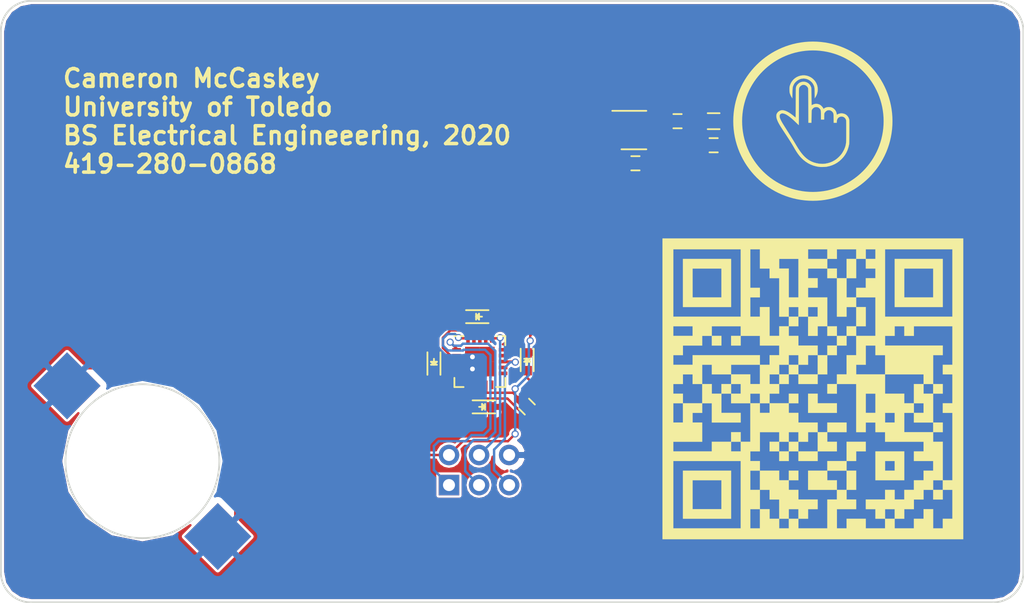
<source format=kicad_pcb>
(kicad_pcb (version 4) (host pcbnew 4.0.5+dfsg1-4)

  (general
    (links 40)
    (no_connects 0)
    (area 109.144999 71.044999 195.655001 121.995001)
    (thickness 1.6)
    (drawings 9)
    (tracks 166)
    (zones 0)
    (modules 16)
    (nets 18)
  )

  (page A4)
  (layers
    (0 F.Cu signal)
    (31 B.Cu signal)
    (32 B.Adhes user)
    (33 F.Adhes user)
    (34 B.Paste user)
    (35 F.Paste user)
    (36 B.SilkS user)
    (37 F.SilkS user)
    (38 B.Mask user)
    (39 F.Mask user)
    (40 Dwgs.User user)
    (41 Cmts.User user)
    (42 Eco1.User user)
    (43 Eco2.User user)
    (44 Edge.Cuts user)
    (45 Margin user)
    (46 B.CrtYd user)
    (47 F.CrtYd user)
    (48 B.Fab user)
    (49 F.Fab user)
  )

  (setup
    (last_trace_width 0.2032)
    (trace_clearance 0.2032)
    (zone_clearance 0.508)
    (zone_45_only no)
    (trace_min 0.2)
    (segment_width 0.2)
    (edge_width 0.15)
    (via_size 0.6)
    (via_drill 0.4)
    (via_min_size 0.4)
    (via_min_drill 0.3)
    (uvia_size 0.3)
    (uvia_drill 0.1)
    (uvias_allowed no)
    (uvia_min_size 0)
    (uvia_min_drill 0)
    (pcb_text_width 0.3)
    (pcb_text_size 1.5 1.5)
    (mod_edge_width 0.15)
    (mod_text_size 1 1)
    (mod_text_width 0.15)
    (pad_size 0.83 1.19)
    (pad_drill 0)
    (pad_to_mask_clearance 0.2)
    (aux_axis_origin 0 0)
    (visible_elements FFFEFF7F)
    (pcbplotparams
      (layerselection 0x010f0_80000001)
      (usegerberextensions true)
      (excludeedgelayer true)
      (linewidth 0.100000)
      (plotframeref false)
      (viasonmask false)
      (mode 1)
      (useauxorigin false)
      (hpglpennumber 1)
      (hpglpenspeed 20)
      (hpglpendiameter 15)
      (hpglpenoverlay 2)
      (psnegative false)
      (psa4output false)
      (plotreference true)
      (plotvalue true)
      (plotinvisibletext false)
      (padsonsilk false)
      (subtractmaskfromsilk false)
      (outputformat 1)
      (mirror false)
      (drillshape 0)
      (scaleselection 1)
      (outputdirectory "BUSINESS CARD REV A GERBER/"))
  )

  (net 0 "")
  (net 1 VCC)
  (net 2 GND)
  (net 3 "Net-(D1-Pad2)")
  (net 4 "Net-(D2-Pad2)")
  (net 5 "Net-(D3-Pad2)")
  (net 6 "Net-(D4-Pad2)")
  (net 7 SCK)
  (net 8 "Net-(U1-Pad11)")
  (net 9 "Net-(U1-Pad12)")
  (net 10 RST)
  (net 11 MISO)
  (net 12 MOSI)
  (net 13 "Net-(C3-Pad1)")
  (net 14 "Net-(C3-Pad2)")
  (net 15 "Net-(C4-Pad1)")
  (net 16 AVR_INT)
  (net 17 "Net-(U1-Pad15)")

  (net_class Default "This is the default net class."
    (clearance 0.2032)
    (trace_width 0.2032)
    (via_dia 0.6)
    (via_drill 0.4)
    (uvia_dia 0.3)
    (uvia_drill 0.1)
    (add_net AVR_INT)
    (add_net GND)
    (add_net MISO)
    (add_net MOSI)
    (add_net "Net-(C3-Pad1)")
    (add_net "Net-(C3-Pad2)")
    (add_net "Net-(C4-Pad1)")
    (add_net "Net-(D1-Pad2)")
    (add_net "Net-(D2-Pad2)")
    (add_net "Net-(D3-Pad2)")
    (add_net "Net-(D4-Pad2)")
    (add_net "Net-(U1-Pad11)")
    (add_net "Net-(U1-Pad12)")
    (add_net "Net-(U1-Pad15)")
    (add_net RST)
    (add_net SCK)
    (add_net VCC)
  )

  (module Capacitors_SMD:C_0603 (layer F.Cu) (tedit 5978C160) (tstamp 59780E72)
    (at 153.64767 105.38767 315)
    (descr "Capacitor SMD 0603, reflow soldering, AVX (see smccp.pdf)")
    (tags "capacitor 0603")
    (path /59780B83)
    (attr smd)
    (fp_text reference C1 (at 0 -1.9 315) (layer F.SilkS) hide
      (effects (font (size 1 1) (thickness 0.15)))
    )
    (fp_text value C (at 0 1.9 315) (layer F.Fab)
      (effects (font (size 1 1) (thickness 0.15)))
    )
    (fp_line (start -0.8 0.4) (end -0.8 -0.4) (layer F.Fab) (width 0.15))
    (fp_line (start 0.8 0.4) (end -0.8 0.4) (layer F.Fab) (width 0.15))
    (fp_line (start 0.8 -0.4) (end 0.8 0.4) (layer F.Fab) (width 0.15))
    (fp_line (start -0.8 -0.4) (end 0.8 -0.4) (layer F.Fab) (width 0.15))
    (fp_line (start -1.45 -0.75) (end 1.45 -0.75) (layer F.CrtYd) (width 0.05))
    (fp_line (start -1.45 0.75) (end 1.45 0.75) (layer F.CrtYd) (width 0.05))
    (fp_line (start -1.45 -0.75) (end -1.45 0.75) (layer F.CrtYd) (width 0.05))
    (fp_line (start 1.45 -0.75) (end 1.45 0.75) (layer F.CrtYd) (width 0.05))
    (fp_line (start -0.35 -0.6) (end 0.35 -0.6) (layer F.SilkS) (width 0.15))
    (fp_line (start 0.35 0.6) (end -0.35 0.6) (layer F.SilkS) (width 0.15))
    (pad 1 smd rect (at -0.75 0 315) (size 0.8 0.75) (layers F.Cu F.Paste F.Mask)
      (net 1 VCC))
    (pad 2 smd rect (at 0.75 0 315) (size 0.8 0.75) (layers F.Cu F.Paste F.Mask)
      (net 2 GND))
    (model Capacitors_SMD.3dshapes/C_0603.wrl
      (at (xyz 0 0 0))
      (scale (xyz 1 1 1))
      (rotate (xyz 0 0 0))
    )
  )

  (module LEDs:LED_0603 (layer F.Cu) (tedit 59780F6D) (tstamp 59780E78)
    (at 153.67 101.6 270)
    (descr "LED 0603 smd package")
    (tags "LED led 0603 SMD smd SMT smt smdled SMDLED smtled SMTLED")
    (path /59780EAE)
    (attr smd)
    (fp_text reference D1 (at 0 -1.5 270) (layer F.SilkS) hide
      (effects (font (size 1 1) (thickness 0.15)))
    )
    (fp_text value LED_Small (at 0 1.5 270) (layer F.Fab)
      (effects (font (size 1 1) (thickness 0.15)))
    )
    (fp_line (start -0.3 -0.2) (end -0.3 0.2) (layer F.Fab) (width 0.15))
    (fp_line (start -0.2 0) (end 0.1 -0.2) (layer F.Fab) (width 0.15))
    (fp_line (start 0.1 0.2) (end -0.2 0) (layer F.Fab) (width 0.15))
    (fp_line (start 0.1 -0.2) (end 0.1 0.2) (layer F.Fab) (width 0.15))
    (fp_line (start 0.8 0.4) (end -0.8 0.4) (layer F.Fab) (width 0.15))
    (fp_line (start 0.8 -0.4) (end 0.8 0.4) (layer F.Fab) (width 0.15))
    (fp_line (start -0.8 -0.4) (end 0.8 -0.4) (layer F.Fab) (width 0.15))
    (fp_line (start -0.8 0.4) (end -0.8 -0.4) (layer F.Fab) (width 0.15))
    (fp_line (start -1.1 0.55) (end 0.8 0.55) (layer F.SilkS) (width 0.15))
    (fp_line (start -1.1 -0.55) (end 0.8 -0.55) (layer F.SilkS) (width 0.15))
    (fp_line (start -0.2 0) (end 0.25 0) (layer F.SilkS) (width 0.15))
    (fp_line (start -0.25 -0.25) (end -0.25 0.25) (layer F.SilkS) (width 0.15))
    (fp_line (start -0.25 0) (end 0 -0.25) (layer F.SilkS) (width 0.15))
    (fp_line (start 0 -0.25) (end 0 0.25) (layer F.SilkS) (width 0.15))
    (fp_line (start 0 0.25) (end -0.25 0) (layer F.SilkS) (width 0.15))
    (fp_line (start 1.4 -0.75) (end 1.4 0.75) (layer F.CrtYd) (width 0.05))
    (fp_line (start 1.4 0.75) (end -1.4 0.75) (layer F.CrtYd) (width 0.05))
    (fp_line (start -1.4 0.75) (end -1.4 -0.75) (layer F.CrtYd) (width 0.05))
    (fp_line (start -1.4 -0.75) (end 1.4 -0.75) (layer F.CrtYd) (width 0.05))
    (pad 2 smd rect (at 0.7493 0 90) (size 0.79756 0.79756) (layers F.Cu F.Paste F.Mask)
      (net 3 "Net-(D1-Pad2)"))
    (pad 1 smd rect (at -0.7493 0 90) (size 0.79756 0.79756) (layers F.Cu F.Paste F.Mask)
      (net 2 GND))
    (model LEDs.3dshapes/LED_0603.wrl
      (at (xyz 0 0 0))
      (scale (xyz 1 1 1))
      (rotate (xyz 0 0 180))
    )
  )

  (module LEDs:LED_0603 (layer F.Cu) (tedit 59780F67) (tstamp 59780E7E)
    (at 149.86 105.41 180)
    (descr "LED 0603 smd package")
    (tags "LED led 0603 SMD smd SMT smt smdled SMDLED smtled SMTLED")
    (path /59780FD3)
    (attr smd)
    (fp_text reference D2 (at 0 -1.5 180) (layer F.SilkS) hide
      (effects (font (size 1 1) (thickness 0.15)))
    )
    (fp_text value LED_Small (at 0 1.5 180) (layer F.Fab)
      (effects (font (size 1 1) (thickness 0.15)))
    )
    (fp_line (start -0.3 -0.2) (end -0.3 0.2) (layer F.Fab) (width 0.15))
    (fp_line (start -0.2 0) (end 0.1 -0.2) (layer F.Fab) (width 0.15))
    (fp_line (start 0.1 0.2) (end -0.2 0) (layer F.Fab) (width 0.15))
    (fp_line (start 0.1 -0.2) (end 0.1 0.2) (layer F.Fab) (width 0.15))
    (fp_line (start 0.8 0.4) (end -0.8 0.4) (layer F.Fab) (width 0.15))
    (fp_line (start 0.8 -0.4) (end 0.8 0.4) (layer F.Fab) (width 0.15))
    (fp_line (start -0.8 -0.4) (end 0.8 -0.4) (layer F.Fab) (width 0.15))
    (fp_line (start -0.8 0.4) (end -0.8 -0.4) (layer F.Fab) (width 0.15))
    (fp_line (start -1.1 0.55) (end 0.8 0.55) (layer F.SilkS) (width 0.15))
    (fp_line (start -1.1 -0.55) (end 0.8 -0.55) (layer F.SilkS) (width 0.15))
    (fp_line (start -0.2 0) (end 0.25 0) (layer F.SilkS) (width 0.15))
    (fp_line (start -0.25 -0.25) (end -0.25 0.25) (layer F.SilkS) (width 0.15))
    (fp_line (start -0.25 0) (end 0 -0.25) (layer F.SilkS) (width 0.15))
    (fp_line (start 0 -0.25) (end 0 0.25) (layer F.SilkS) (width 0.15))
    (fp_line (start 0 0.25) (end -0.25 0) (layer F.SilkS) (width 0.15))
    (fp_line (start 1.4 -0.75) (end 1.4 0.75) (layer F.CrtYd) (width 0.05))
    (fp_line (start 1.4 0.75) (end -1.4 0.75) (layer F.CrtYd) (width 0.05))
    (fp_line (start -1.4 0.75) (end -1.4 -0.75) (layer F.CrtYd) (width 0.05))
    (fp_line (start -1.4 -0.75) (end 1.4 -0.75) (layer F.CrtYd) (width 0.05))
    (pad 2 smd rect (at 0.7493 0) (size 0.79756 0.79756) (layers F.Cu F.Paste F.Mask)
      (net 4 "Net-(D2-Pad2)"))
    (pad 1 smd rect (at -0.7493 0) (size 0.79756 0.79756) (layers F.Cu F.Paste F.Mask)
      (net 2 GND))
    (model LEDs.3dshapes/LED_0603.wrl
      (at (xyz 0 0 0))
      (scale (xyz 1 1 1))
      (rotate (xyz 0 0 180))
    )
  )

  (module LEDs:LED_0603 (layer F.Cu) (tedit 59780F5D) (tstamp 59780E84)
    (at 145.796 101.6 90)
    (descr "LED 0603 smd package")
    (tags "LED led 0603 SMD smd SMT smt smdled SMDLED smtled SMTLED")
    (path /59780FF7)
    (attr smd)
    (fp_text reference D3 (at 0 -1.5 90) (layer F.SilkS) hide
      (effects (font (size 1 1) (thickness 0.15)))
    )
    (fp_text value LED_Small (at 0 1.5 90) (layer F.Fab)
      (effects (font (size 1 1) (thickness 0.15)))
    )
    (fp_line (start -0.3 -0.2) (end -0.3 0.2) (layer F.Fab) (width 0.15))
    (fp_line (start -0.2 0) (end 0.1 -0.2) (layer F.Fab) (width 0.15))
    (fp_line (start 0.1 0.2) (end -0.2 0) (layer F.Fab) (width 0.15))
    (fp_line (start 0.1 -0.2) (end 0.1 0.2) (layer F.Fab) (width 0.15))
    (fp_line (start 0.8 0.4) (end -0.8 0.4) (layer F.Fab) (width 0.15))
    (fp_line (start 0.8 -0.4) (end 0.8 0.4) (layer F.Fab) (width 0.15))
    (fp_line (start -0.8 -0.4) (end 0.8 -0.4) (layer F.Fab) (width 0.15))
    (fp_line (start -0.8 0.4) (end -0.8 -0.4) (layer F.Fab) (width 0.15))
    (fp_line (start -1.1 0.55) (end 0.8 0.55) (layer F.SilkS) (width 0.15))
    (fp_line (start -1.1 -0.55) (end 0.8 -0.55) (layer F.SilkS) (width 0.15))
    (fp_line (start -0.2 0) (end 0.25 0) (layer F.SilkS) (width 0.15))
    (fp_line (start -0.25 -0.25) (end -0.25 0.25) (layer F.SilkS) (width 0.15))
    (fp_line (start -0.25 0) (end 0 -0.25) (layer F.SilkS) (width 0.15))
    (fp_line (start 0 -0.25) (end 0 0.25) (layer F.SilkS) (width 0.15))
    (fp_line (start 0 0.25) (end -0.25 0) (layer F.SilkS) (width 0.15))
    (fp_line (start 1.4 -0.75) (end 1.4 0.75) (layer F.CrtYd) (width 0.05))
    (fp_line (start 1.4 0.75) (end -1.4 0.75) (layer F.CrtYd) (width 0.05))
    (fp_line (start -1.4 0.75) (end -1.4 -0.75) (layer F.CrtYd) (width 0.05))
    (fp_line (start -1.4 -0.75) (end 1.4 -0.75) (layer F.CrtYd) (width 0.05))
    (pad 2 smd rect (at 0.7493 0 270) (size 0.79756 0.79756) (layers F.Cu F.Paste F.Mask)
      (net 5 "Net-(D3-Pad2)"))
    (pad 1 smd rect (at -0.7493 0 270) (size 0.79756 0.79756) (layers F.Cu F.Paste F.Mask)
      (net 2 GND))
    (model LEDs.3dshapes/LED_0603.wrl
      (at (xyz 0 0 0))
      (scale (xyz 1 1 1))
      (rotate (xyz 0 0 180))
    )
  )

  (module LEDs:LED_0603 (layer F.Cu) (tedit 59780F60) (tstamp 59780E8A)
    (at 149.606 97.79)
    (descr "LED 0603 smd package")
    (tags "LED led 0603 SMD smd SMT smt smdled SMDLED smtled SMTLED")
    (path /5978101F)
    (attr smd)
    (fp_text reference D4 (at 0 -1.5) (layer F.SilkS) hide
      (effects (font (size 1 1) (thickness 0.15)))
    )
    (fp_text value LED_Small (at 0 1.5) (layer F.Fab)
      (effects (font (size 1 1) (thickness 0.15)))
    )
    (fp_line (start -0.3 -0.2) (end -0.3 0.2) (layer F.Fab) (width 0.15))
    (fp_line (start -0.2 0) (end 0.1 -0.2) (layer F.Fab) (width 0.15))
    (fp_line (start 0.1 0.2) (end -0.2 0) (layer F.Fab) (width 0.15))
    (fp_line (start 0.1 -0.2) (end 0.1 0.2) (layer F.Fab) (width 0.15))
    (fp_line (start 0.8 0.4) (end -0.8 0.4) (layer F.Fab) (width 0.15))
    (fp_line (start 0.8 -0.4) (end 0.8 0.4) (layer F.Fab) (width 0.15))
    (fp_line (start -0.8 -0.4) (end 0.8 -0.4) (layer F.Fab) (width 0.15))
    (fp_line (start -0.8 0.4) (end -0.8 -0.4) (layer F.Fab) (width 0.15))
    (fp_line (start -1.1 0.55) (end 0.8 0.55) (layer F.SilkS) (width 0.15))
    (fp_line (start -1.1 -0.55) (end 0.8 -0.55) (layer F.SilkS) (width 0.15))
    (fp_line (start -0.2 0) (end 0.25 0) (layer F.SilkS) (width 0.15))
    (fp_line (start -0.25 -0.25) (end -0.25 0.25) (layer F.SilkS) (width 0.15))
    (fp_line (start -0.25 0) (end 0 -0.25) (layer F.SilkS) (width 0.15))
    (fp_line (start 0 -0.25) (end 0 0.25) (layer F.SilkS) (width 0.15))
    (fp_line (start 0 0.25) (end -0.25 0) (layer F.SilkS) (width 0.15))
    (fp_line (start 1.4 -0.75) (end 1.4 0.75) (layer F.CrtYd) (width 0.05))
    (fp_line (start 1.4 0.75) (end -1.4 0.75) (layer F.CrtYd) (width 0.05))
    (fp_line (start -1.4 0.75) (end -1.4 -0.75) (layer F.CrtYd) (width 0.05))
    (fp_line (start -1.4 -0.75) (end 1.4 -0.75) (layer F.CrtYd) (width 0.05))
    (pad 2 smd rect (at 0.7493 0 180) (size 0.79756 0.79756) (layers F.Cu F.Paste F.Mask)
      (net 6 "Net-(D4-Pad2)"))
    (pad 1 smd rect (at -0.7493 0 180) (size 0.79756 0.79756) (layers F.Cu F.Paste F.Mask)
      (net 2 GND))
    (model LEDs.3dshapes/LED_0603.wrl
      (at (xyz 0 0 0))
      (scale (xyz 1 1 1))
      (rotate (xyz 0 0 180))
    )
  )

  (module Housings_DFN_QFN:QFN-20-1EP_4x4mm_Pitch0.5mm (layer F.Cu) (tedit 5978C488) (tstamp 59780EB0)
    (at 149.673 101.584)
    (descr "20-Lead Plastic Quad Flat, No Lead Package (ML) - 4x4x0.9 mm Body [QFN]; (see Microchip Packaging Specification 00000049BS.pdf)")
    (tags "QFN 0.5")
    (path /5978091A)
    (attr smd)
    (fp_text reference U1 (at 0 -3.33) (layer F.SilkS) hide
      (effects (font (size 1 1) (thickness 0.15)))
    )
    (fp_text value ATTINY84-M (at 0 3.33) (layer F.Fab)
      (effects (font (size 1 1) (thickness 0.15)))
    )
    (fp_line (start -1 -2) (end 2 -2) (layer F.Fab) (width 0.15))
    (fp_line (start 2 -2) (end 2 2) (layer F.Fab) (width 0.15))
    (fp_line (start 2 2) (end -2 2) (layer F.Fab) (width 0.15))
    (fp_line (start -2 2) (end -2 -1) (layer F.Fab) (width 0.15))
    (fp_line (start -2 -1) (end -1 -2) (layer F.Fab) (width 0.15))
    (fp_line (start -2.6 -2.6) (end -2.6 2.6) (layer F.CrtYd) (width 0.05))
    (fp_line (start 2.6 -2.6) (end 2.6 2.6) (layer F.CrtYd) (width 0.05))
    (fp_line (start -2.6 -2.6) (end 2.6 -2.6) (layer F.CrtYd) (width 0.05))
    (fp_line (start -2.6 2.6) (end 2.6 2.6) (layer F.CrtYd) (width 0.05))
    (fp_line (start 2.15 -2.15) (end 2.15 -1.375) (layer F.SilkS) (width 0.15))
    (fp_line (start -2.15 2.15) (end -2.15 1.375) (layer F.SilkS) (width 0.15))
    (fp_line (start 2.15 2.15) (end 2.15 1.375) (layer F.SilkS) (width 0.15))
    (fp_line (start -2.15 -2.15) (end -1.375 -2.15) (layer F.SilkS) (width 0.15))
    (fp_line (start -2.15 2.15) (end -1.375 2.15) (layer F.SilkS) (width 0.15))
    (fp_line (start 2.15 2.15) (end 1.375 2.15) (layer F.SilkS) (width 0.15))
    (fp_line (start 2.15 -2.15) (end 1.375 -2.15) (layer F.SilkS) (width 0.15))
    (pad 1 smd rect (at -1.965 -1) (size 0.73 0.3) (layers F.Cu F.Paste F.Mask)
      (net 7 SCK))
    (pad 2 smd rect (at -1.965 -0.5) (size 0.73 0.3) (layers F.Cu F.Paste F.Mask)
      (net 6 "Net-(D4-Pad2)"))
    (pad 3 smd rect (at -1.965 0) (size 0.73 0.3) (layers F.Cu F.Paste F.Mask)
      (net 5 "Net-(D3-Pad2)"))
    (pad 4 smd rect (at -1.965 0.5) (size 0.73 0.3) (layers F.Cu F.Paste F.Mask)
      (net 4 "Net-(D2-Pad2)"))
    (pad 5 smd rect (at -1.965 1) (size 0.73 0.3) (layers F.Cu F.Paste F.Mask)
      (net 3 "Net-(D1-Pad2)"))
    (pad 6 smd rect (at -1 1.965 90) (size 0.73 0.3) (layers F.Cu F.Paste F.Mask))
    (pad 7 smd rect (at -0.5 1.965 90) (size 0.73 0.3) (layers F.Cu F.Paste F.Mask))
    (pad 8 smd rect (at 0 1.965 90) (size 0.73 0.3) (layers F.Cu F.Paste F.Mask)
      (net 2 GND))
    (pad 9 smd rect (at 0.5 1.965 90) (size 0.73 0.3) (layers F.Cu F.Paste F.Mask)
      (net 1 VCC))
    (pad 10 smd rect (at 1 1.965 90) (size 0.73 0.3) (layers F.Cu F.Paste F.Mask))
    (pad 11 smd rect (at 1.965 1) (size 0.73 0.3) (layers F.Cu F.Paste F.Mask)
      (net 8 "Net-(U1-Pad11)"))
    (pad 12 smd rect (at 1.965 0.5) (size 0.73 0.3) (layers F.Cu F.Paste F.Mask)
      (net 9 "Net-(U1-Pad12)"))
    (pad 13 smd rect (at 1.965 0) (size 0.73 0.3) (layers F.Cu F.Paste F.Mask)
      (net 10 RST))
    (pad 14 smd rect (at 1.965 -0.5) (size 0.73 0.3) (layers F.Cu F.Paste F.Mask)
      (net 16 AVR_INT))
    (pad 15 smd rect (at 1.965 -1) (size 0.73 0.3) (layers F.Cu F.Paste F.Mask)
      (net 17 "Net-(U1-Pad15)"))
    (pad 16 smd rect (at 1 -1.965 90) (size 0.73 0.3) (layers F.Cu F.Paste F.Mask)
      (net 12 MOSI))
    (pad 17 smd rect (at 0.5 -1.965 90) (size 0.73 0.3) (layers F.Cu F.Paste F.Mask))
    (pad 18 smd rect (at 0 -1.965 90) (size 0.73 0.3) (layers F.Cu F.Paste F.Mask))
    (pad 19 smd rect (at -0.5 -1.965 90) (size 0.73 0.3) (layers F.Cu F.Paste F.Mask))
    (pad 20 smd rect (at -1 -1.965 90) (size 0.73 0.3) (layers F.Cu F.Paste F.Mask)
      (net 11 MISO))
    (pad 21 smd rect (at 0.625 0.625) (size 1.25 1.25) (layers F.Cu F.Paste F.Mask)
      (net 2 GND) (solder_paste_margin_ratio -0.2))
    (pad 21 smd rect (at 0.625 -0.625) (size 1.25 1.25) (layers F.Cu F.Paste F.Mask)
      (net 2 GND) (solder_paste_margin_ratio -0.2))
    (pad 21 smd rect (at -0.625 0.625) (size 1.25 1.25) (layers F.Cu F.Paste F.Mask)
      (net 2 GND) (solder_paste_margin_ratio -0.2))
    (pad 21 smd rect (at -0.625 -0.625) (size 1.25 1.25) (layers F.Cu F.Paste F.Mask)
      (net 2 GND) (solder_paste_margin_ratio -0.2))
    (model Housings_DFN_QFN.3dshapes/QFN-20-1EP_4x4mm_Pitch0.5mm.wrl
      (at (xyz 0 0 0))
      (scale (xyz 1 1 1))
      (rotate (xyz 0 0 0))
    )
  )

  (module MOD:CR1220 (layer F.Cu) (tedit 5978C16A) (tstamp 59781752)
    (at 113.74734 117.420582 135)
    (path /59781222)
    (fp_text reference BT1 (at 0 0.5 135) (layer F.SilkS) hide
      (effects (font (size 1 1) (thickness 0.15)))
    )
    (fp_text value CR2032 (at 0 -0.5 135) (layer F.Fab)
      (effects (font (size 1 1) (thickness 0.15)))
    )
    (fp_circle (center 0 10.5) (end 6.5 10.5) (layer Edge.Cuts) (width 0.15))
    (pad 1 smd rect (at -9 10.5 135) (size 4 4) (layers F.Cu F.Paste F.Mask)
      (net 1 VCC))
    (pad 1 smd rect (at 9 10.5 135) (size 4 4) (layers F.Cu F.Paste F.Mask)
      (net 1 VCC))
    (pad 2 smd rect (at 9 10.5 135) (size 4 4) (layers B.Cu B.Paste B.Mask)
      (net 2 GND))
    (pad 2 smd rect (at -9 10.5 135) (size 4 4) (layers B.Cu B.Paste B.Mask)
      (net 2 GND))
  )

  (module Capacitors_SMD:C_0603 (layer F.Cu) (tedit 5978BEB5) (tstamp 5978B51E)
    (at 162.814 84.836)
    (descr "Capacitor SMD 0603, reflow soldering, AVX (see smccp.pdf)")
    (tags "capacitor 0603")
    (path /5978A255)
    (attr smd)
    (fp_text reference C2 (at 0 -1.9) (layer F.SilkS) hide
      (effects (font (size 1 1) (thickness 0.15)))
    )
    (fp_text value 1uF (at 0 1.9) (layer F.Fab)
      (effects (font (size 1 1) (thickness 0.15)))
    )
    (fp_line (start -0.8 0.4) (end -0.8 -0.4) (layer F.Fab) (width 0.15))
    (fp_line (start 0.8 0.4) (end -0.8 0.4) (layer F.Fab) (width 0.15))
    (fp_line (start 0.8 -0.4) (end 0.8 0.4) (layer F.Fab) (width 0.15))
    (fp_line (start -0.8 -0.4) (end 0.8 -0.4) (layer F.Fab) (width 0.15))
    (fp_line (start -1.45 -0.75) (end 1.45 -0.75) (layer F.CrtYd) (width 0.05))
    (fp_line (start -1.45 0.75) (end 1.45 0.75) (layer F.CrtYd) (width 0.05))
    (fp_line (start -1.45 -0.75) (end -1.45 0.75) (layer F.CrtYd) (width 0.05))
    (fp_line (start 1.45 -0.75) (end 1.45 0.75) (layer F.CrtYd) (width 0.05))
    (fp_line (start -0.35 -0.6) (end 0.35 -0.6) (layer F.SilkS) (width 0.15))
    (fp_line (start 0.35 0.6) (end -0.35 0.6) (layer F.SilkS) (width 0.15))
    (pad 1 smd rect (at -0.75 0) (size 0.8 0.75) (layers F.Cu F.Paste F.Mask)
      (net 2 GND))
    (pad 2 smd rect (at 0.75 0) (size 0.8 0.75) (layers F.Cu F.Paste F.Mask)
      (net 1 VCC))
    (model Capacitors_SMD.3dshapes/C_0603.wrl
      (at (xyz 0 0 0))
      (scale (xyz 1 1 1))
      (rotate (xyz 0 0 0))
    )
  )

  (module Capacitors_SMD:C_0603 (layer F.Cu) (tedit 5978BEBC) (tstamp 5978B524)
    (at 166.37 81.28 180)
    (descr "Capacitor SMD 0603, reflow soldering, AVX (see smccp.pdf)")
    (tags "capacitor 0603")
    (path /5978A743)
    (attr smd)
    (fp_text reference C3 (at 0 -1.9 180) (layer F.SilkS) hide
      (effects (font (size 1 1) (thickness 0.15)))
    )
    (fp_text value C (at 0 1.9 180) (layer F.Fab)
      (effects (font (size 1 1) (thickness 0.15)))
    )
    (fp_line (start -0.8 0.4) (end -0.8 -0.4) (layer F.Fab) (width 0.15))
    (fp_line (start 0.8 0.4) (end -0.8 0.4) (layer F.Fab) (width 0.15))
    (fp_line (start 0.8 -0.4) (end 0.8 0.4) (layer F.Fab) (width 0.15))
    (fp_line (start -0.8 -0.4) (end 0.8 -0.4) (layer F.Fab) (width 0.15))
    (fp_line (start -1.45 -0.75) (end 1.45 -0.75) (layer F.CrtYd) (width 0.05))
    (fp_line (start -1.45 0.75) (end 1.45 0.75) (layer F.CrtYd) (width 0.05))
    (fp_line (start -1.45 -0.75) (end -1.45 0.75) (layer F.CrtYd) (width 0.05))
    (fp_line (start 1.45 -0.75) (end 1.45 0.75) (layer F.CrtYd) (width 0.05))
    (fp_line (start -0.35 -0.6) (end 0.35 -0.6) (layer F.SilkS) (width 0.15))
    (fp_line (start 0.35 0.6) (end -0.35 0.6) (layer F.SilkS) (width 0.15))
    (pad 1 smd rect (at -0.75 0 180) (size 0.8 0.75) (layers F.Cu F.Paste F.Mask)
      (net 13 "Net-(C3-Pad1)"))
    (pad 2 smd rect (at 0.75 0 180) (size 0.8 0.75) (layers F.Cu F.Paste F.Mask)
      (net 14 "Net-(C3-Pad2)"))
    (model Capacitors_SMD.3dshapes/C_0603.wrl
      (at (xyz 0 0 0))
      (scale (xyz 1 1 1))
      (rotate (xyz 0 0 0))
    )
  )

  (module Capacitors_SMD:C_0603 (layer F.Cu) (tedit 5978BEC4) (tstamp 5978B52A)
    (at 169.418 83.312 180)
    (descr "Capacitor SMD 0603, reflow soldering, AVX (see smccp.pdf)")
    (tags "capacitor 0603")
    (path /5978A714)
    (attr smd)
    (fp_text reference C4 (at 0 -1.9 180) (layer F.SilkS) hide
      (effects (font (size 1 1) (thickness 0.15)))
    )
    (fp_text value C (at 0 1.9 180) (layer F.Fab)
      (effects (font (size 1 1) (thickness 0.15)))
    )
    (fp_line (start -0.8 0.4) (end -0.8 -0.4) (layer F.Fab) (width 0.15))
    (fp_line (start 0.8 0.4) (end -0.8 0.4) (layer F.Fab) (width 0.15))
    (fp_line (start 0.8 -0.4) (end 0.8 0.4) (layer F.Fab) (width 0.15))
    (fp_line (start -0.8 -0.4) (end 0.8 -0.4) (layer F.Fab) (width 0.15))
    (fp_line (start -1.45 -0.75) (end 1.45 -0.75) (layer F.CrtYd) (width 0.05))
    (fp_line (start -1.45 0.75) (end 1.45 0.75) (layer F.CrtYd) (width 0.05))
    (fp_line (start -1.45 -0.75) (end -1.45 0.75) (layer F.CrtYd) (width 0.05))
    (fp_line (start 1.45 -0.75) (end 1.45 0.75) (layer F.CrtYd) (width 0.05))
    (fp_line (start -0.35 -0.6) (end 0.35 -0.6) (layer F.SilkS) (width 0.15))
    (fp_line (start 0.35 0.6) (end -0.35 0.6) (layer F.SilkS) (width 0.15))
    (pad 1 smd rect (at -0.75 0 180) (size 0.8 0.75) (layers F.Cu F.Paste F.Mask)
      (net 15 "Net-(C4-Pad1)"))
    (pad 2 smd rect (at 0.75 0 180) (size 0.8 0.75) (layers F.Cu F.Paste F.Mask)
      (net 2 GND))
    (model Capacitors_SMD.3dshapes/C_0603.wrl
      (at (xyz 0 0 0))
      (scale (xyz 1 1 1))
      (rotate (xyz 0 0 0))
    )
  )

  (module Resistors_SMD:R_0603 (layer F.Cu) (tedit 5978BEC9) (tstamp 5978B530)
    (at 169.418 81.28 180)
    (descr "Resistor SMD 0603, reflow soldering, Vishay (see dcrcw.pdf)")
    (tags "resistor 0603")
    (path /5978A6B9)
    (attr smd)
    (fp_text reference R1 (at 0 -1.9 180) (layer F.SilkS) hide
      (effects (font (size 1 1) (thickness 0.15)))
    )
    (fp_text value R (at 0 1.9 180) (layer F.Fab)
      (effects (font (size 1 1) (thickness 0.15)))
    )
    (fp_line (start -0.8 0.4) (end -0.8 -0.4) (layer F.Fab) (width 0.1))
    (fp_line (start 0.8 0.4) (end -0.8 0.4) (layer F.Fab) (width 0.1))
    (fp_line (start 0.8 -0.4) (end 0.8 0.4) (layer F.Fab) (width 0.1))
    (fp_line (start -0.8 -0.4) (end 0.8 -0.4) (layer F.Fab) (width 0.1))
    (fp_line (start -1.3 -0.8) (end 1.3 -0.8) (layer F.CrtYd) (width 0.05))
    (fp_line (start -1.3 0.8) (end 1.3 0.8) (layer F.CrtYd) (width 0.05))
    (fp_line (start -1.3 -0.8) (end -1.3 0.8) (layer F.CrtYd) (width 0.05))
    (fp_line (start 1.3 -0.8) (end 1.3 0.8) (layer F.CrtYd) (width 0.05))
    (fp_line (start 0.5 0.675) (end -0.5 0.675) (layer F.SilkS) (width 0.15))
    (fp_line (start -0.5 -0.675) (end 0.5 -0.675) (layer F.SilkS) (width 0.15))
    (pad 1 smd rect (at -0.75 0 180) (size 0.5 0.9) (layers F.Cu F.Paste F.Mask)
      (net 15 "Net-(C4-Pad1)"))
    (pad 2 smd rect (at 0.75 0 180) (size 0.5 0.9) (layers F.Cu F.Paste F.Mask)
      (net 13 "Net-(C3-Pad1)"))
    (model Resistors_SMD.3dshapes/R_0603.wrl
      (at (xyz 0 0 0))
      (scale (xyz 1 1 1))
      (rotate (xyz 0 0 0))
    )
  )

  (module Housings_DFN_QFN:DFN-8-1EP_3x3mm_Pitch0.5mm (layer F.Cu) (tedit 5978C49E) (tstamp 5978B545)
    (at 162.684 82.03)
    (descr "DD Package; 8-Lead Plastic DFN (3mm x 3mm) (see Linear Technology DFN_8_05-08-1698.pdf)")
    (tags "DFN 0.5")
    (path /5978A12E)
    (attr smd)
    (fp_text reference U2 (at 0 -2.55) (layer F.SilkS) hide
      (effects (font (size 1 1) (thickness 0.15)))
    )
    (fp_text value AT42QT1011 (at 0 2.55) (layer F.Fab)
      (effects (font (size 1 1) (thickness 0.15)))
    )
    (fp_line (start -0.5 -1.5) (end 1.5 -1.5) (layer F.Fab) (width 0.15))
    (fp_line (start 1.5 -1.5) (end 1.5 1.5) (layer F.Fab) (width 0.15))
    (fp_line (start 1.5 1.5) (end -1.5 1.5) (layer F.Fab) (width 0.15))
    (fp_line (start -1.5 1.5) (end -1.5 -0.5) (layer F.Fab) (width 0.15))
    (fp_line (start -1.5 -0.5) (end -0.5 -1.5) (layer F.Fab) (width 0.15))
    (fp_line (start -2 -1.8) (end -2 1.8) (layer F.CrtYd) (width 0.05))
    (fp_line (start 2 -1.8) (end 2 1.8) (layer F.CrtYd) (width 0.05))
    (fp_line (start -2 -1.8) (end 2 -1.8) (layer F.CrtYd) (width 0.05))
    (fp_line (start -2 1.8) (end 2 1.8) (layer F.CrtYd) (width 0.05))
    (fp_line (start -1.05 1.625) (end 1.05 1.625) (layer F.SilkS) (width 0.15))
    (fp_line (start -1.825 -1.625) (end 1.05 -1.625) (layer F.SilkS) (width 0.15))
    (pad 1 smd rect (at -1.4 -0.75) (size 0.7 0.25) (layers F.Cu F.Paste F.Mask)
      (net 13 "Net-(C3-Pad1)"))
    (pad 2 smd rect (at -1.4 -0.25) (size 0.7 0.25) (layers F.Cu F.Paste F.Mask))
    (pad 3 smd rect (at -1.4 0.25) (size 0.7 0.25) (layers F.Cu F.Paste F.Mask))
    (pad 4 smd rect (at -1.4 0.75) (size 0.7 0.25) (layers F.Cu F.Paste F.Mask)
      (net 2 GND))
    (pad 5 smd rect (at 1.4 0.75) (size 0.7 0.25) (layers F.Cu F.Paste F.Mask)
      (net 16 AVR_INT))
    (pad 6 smd rect (at 1.4 0.25) (size 0.7 0.25) (layers F.Cu F.Paste F.Mask)
      (net 2 GND))
    (pad 7 smd rect (at 1.4 -0.25) (size 0.7 0.25) (layers F.Cu F.Paste F.Mask)
      (net 1 VCC))
    (pad 8 smd rect (at 1.4 -0.75) (size 0.7 0.25) (layers F.Cu F.Paste F.Mask)
      (net 14 "Net-(C3-Pad2)"))
    (pad 9 smd rect (at 0.415 0.595) (size 0.83 1.19) (layers F.Cu F.Paste F.Mask)
      (net 2 GND) (solder_paste_margin_ratio -0.2))
    (pad 9 smd rect (at 0.415 -0.595) (size 0.83 1.19) (layers F.Cu F.Paste F.Mask)
      (net 2 GND) (solder_paste_margin_ratio -0.2))
    (pad 9 smd rect (at -0.415 0.595) (size 0.83 1.19) (layers F.Cu F.Paste F.Mask)
      (net 2 GND) (solder_paste_margin_ratio -0.2))
    (pad 9 smd rect (at -0.415 -0.595) (size 0.83 1.19) (layers F.Cu F.Paste F.Mask)
      (net 2 GND) (solder_paste_margin_ratio -0.2))
    (model Housings_DFN_QFN.3dshapes/DFN-8-1EP_3x3mm_Pitch0.5mm.wrl
      (at (xyz 0 0 0))
      (scale (xyz 1 1 1))
      (rotate (xyz 0 0 0))
    )
  )

  (module MOD:TOUCH_SYM (layer F.Cu) (tedit 0) (tstamp 5978B9FA)
    (at 177.8 81.28)
    (fp_text reference G*** (at 0 0) (layer F.SilkS) hide
      (effects (font (thickness 0.3)))
    )
    (fp_text value LOGO (at 0.75 0) (layer F.SilkS) hide
      (effects (font (thickness 0.3)))
    )
    (fp_poly (pts (xy -0.717996 -3.33154) (xy -0.59236 -3.306005) (xy -0.48895 -3.265028) (xy -0.378482 -3.197473)
      (xy -0.28639 -3.112522) (xy -0.212407 -3.009862) (xy -0.156266 -2.889182) (xy -0.149601 -2.8702)
      (xy -0.143651 -2.851943) (xy -0.138594 -2.83375) (xy -0.134344 -2.813445) (xy -0.130811 -2.788849)
      (xy -0.127909 -2.757785) (xy -0.12555 -2.718077) (xy -0.123645 -2.667547) (xy -0.122106 -2.604018)
      (xy -0.120846 -2.525312) (xy -0.119776 -2.429253) (xy -0.118809 -2.313662) (xy -0.117856 -2.176364)
      (xy -0.117156 -2.066925) (xy -0.116222 -1.934261) (xy -0.115156 -1.809497) (xy -0.113988 -1.694893)
      (xy -0.112751 -1.592703) (xy -0.111477 -1.505186) (xy -0.110198 -1.434598) (xy -0.108946 -1.383197)
      (xy -0.107754 -1.353239) (xy -0.106914 -1.3462) (xy -0.093727 -1.351959) (xy -0.065103 -1.366949)
      (xy -0.032732 -1.38485) (xy 0.078281 -1.433334) (xy 0.197528 -1.459778) (xy 0.320389 -1.46405)
      (xy 0.442247 -1.44602) (xy 0.558484 -1.405556) (xy 0.5663 -1.401876) (xy 0.623992 -1.367103)
      (xy 0.686759 -1.31769) (xy 0.748689 -1.259475) (xy 0.80387 -1.1983) (xy 0.846389 -1.140004)
      (xy 0.863707 -1.108075) (xy 0.880555 -1.072154) (xy 0.893407 -1.047948) (xy 0.898461 -1.0414)
      (xy 0.91069 -1.048355) (xy 0.935131 -1.065694) (xy 0.943836 -1.072247) (xy 1.032216 -1.125362)
      (xy 1.137328 -1.164304) (xy 1.253849 -1.187495) (xy 1.353419 -1.19365) (xy 1.485561 -1.182835)
      (xy 1.605444 -1.149877) (xy 1.713652 -1.094546) (xy 1.810767 -1.016612) (xy 1.815471 -1.01199)
      (xy 1.893772 -0.921605) (xy 1.950697 -0.825093) (xy 1.989068 -0.716823) (xy 2.006479 -0.630484)
      (xy 2.013512 -0.589662) (xy 2.020187 -0.560089) (xy 2.024121 -0.549746) (xy 2.037566 -0.552157)
      (xy 2.066153 -0.564824) (xy 2.097921 -0.581794) (xy 2.204126 -0.628289) (xy 2.320443 -0.654457)
      (xy 2.441799 -0.660328) (xy 2.563117 -0.645934) (xy 2.679323 -0.611305) (xy 2.750018 -0.577791)
      (xy 2.844776 -0.511458) (xy 2.928258 -0.426128) (xy 2.996896 -0.326915) (xy 3.047124 -0.21893)
      (xy 3.074556 -0.112761) (xy 3.077255 -0.081255) (xy 3.079491 -0.024987) (xy 3.08126 0.055407)
      (xy 3.082556 0.159293) (xy 3.083376 0.286037) (xy 3.083714 0.435003) (xy 3.083566 0.605557)
      (xy 3.082926 0.797064) (xy 3.082301 0.922289) (xy 3.081202 1.107245) (xy 3.080064 1.268584)
      (xy 3.078847 1.40809) (xy 3.077508 1.527547) (xy 3.076005 1.628738) (xy 3.074295 1.713446)
      (xy 3.072338 1.783456) (xy 3.070091 1.84055) (xy 3.067511 1.886512) (xy 3.064557 1.923126)
      (xy 3.061187 1.952176) (xy 3.057473 1.97485) (xy 3.000259 2.216458) (xy 2.924486 2.441426)
      (xy 2.829374 2.651256) (xy 2.714143 2.847447) (xy 2.578014 3.0315) (xy 2.420206 3.204915)
      (xy 2.415985 3.209119) (xy 2.237359 3.369921) (xy 2.047483 3.50833) (xy 1.845631 3.624711)
      (xy 1.631072 3.719429) (xy 1.403079 3.79285) (xy 1.160922 3.845341) (xy 1.143 3.848309)
      (xy 1.086869 3.854962) (xy 1.012006 3.860356) (xy 0.924946 3.864359) (xy 0.832223 3.866839)
      (xy 0.740372 3.867665) (xy 0.655928 3.866703) (xy 0.585427 3.863821) (xy 0.5461 3.860379)
      (xy 0.293666 3.817665) (xy 0.053089 3.752641) (xy -0.176191 3.66503) (xy -0.394737 3.55456)
      (xy -0.603111 3.420955) (xy -0.801873 3.26394) (xy -0.943784 3.131836) (xy -1.067042 3.000685)
      (xy -1.186809 2.855318) (xy -1.305029 2.693061) (xy -1.423648 2.511238) (xy -1.544611 2.307172)
      (xy -1.549418 2.2987) (xy -1.63196 2.154907) (xy -1.716919 2.010916) (xy -1.806307 1.863506)
      (xy -1.902131 1.709456) (xy -2.006403 1.545548) (xy -2.121132 1.36856) (xy -2.248327 1.175274)
      (xy -2.287878 1.115644) (xy -2.401459 0.94424) (xy -2.501681 0.791935) (xy -2.589602 0.656916)
      (xy -2.666283 0.537371) (xy -2.732783 0.431489) (xy -2.790161 0.337456) (xy -2.839476 0.253461)
      (xy -2.881787 0.177691) (xy -2.918155 0.108334) (xy -2.949638 0.043578) (xy -2.977296 -0.01839)
      (xy -3.002187 -0.07938) (xy -3.025372 -0.141207) (xy -3.029825 -0.153628) (xy -3.051428 -0.216658)
      (xy -3.065314 -0.266047) (xy -3.073253 -0.311715) (xy -3.077016 -0.363584) (xy -3.078161 -0.418296)
      (xy -2.812726 -0.418296) (xy -2.800219 -0.334221) (xy -2.770434 -0.235917) (xy -2.723229 -0.122405)
      (xy -2.658465 0.00729) (xy -2.580738 0.14605) (xy -2.560245 0.180216) (xy -2.52761 0.23344)
      (xy -2.484323 0.303345) (xy -2.431868 0.387552) (xy -2.371733 0.483686) (xy -2.305403 0.589368)
      (xy -2.234367 0.702221) (xy -2.160109 0.819867) (xy -2.100295 0.9144) (xy -2.006314 1.062837)
      (xy -1.92424 1.19267) (xy -1.85233 1.306717) (xy -1.788842 1.407797) (xy -1.732035 1.498726)
      (xy -1.680166 1.582324) (xy -1.631494 1.661408) (xy -1.584276 1.738796) (xy -1.536771 1.817306)
      (xy -1.487237 1.899756) (xy -1.433932 1.988964) (xy -1.378058 2.0828) (xy -1.235575 2.313577)
      (xy -1.096319 2.520683) (xy -0.958901 2.705423) (xy -0.82193 2.869103) (xy -0.684019 3.013029)
      (xy -0.543778 3.138506) (xy -0.399819 3.246841) (xy -0.250751 3.339338) (xy -0.095186 3.417304)
      (xy 0.068266 3.482043) (xy 0.133656 3.503739) (xy 0.313159 3.551346) (xy 0.500574 3.584491)
      (xy 0.688978 3.602472) (xy 0.871451 3.604585) (xy 1.016333 3.593428) (xy 1.239284 3.554232)
      (xy 1.450332 3.493116) (xy 1.651796 3.40918) (xy 1.845997 3.301521) (xy 1.955256 3.228537)
      (xy 2.034706 3.167057) (xy 2.121796 3.091103) (xy 2.210759 3.006391) (xy 2.295829 2.918632)
      (xy 2.371239 2.833542) (xy 2.430884 2.757305) (xy 2.507686 2.641077) (xy 2.580161 2.514913)
      (xy 2.645268 2.385079) (xy 2.699968 2.25784) (xy 2.741219 2.139465) (xy 2.754905 2.089454)
      (xy 2.766755 2.040679) (xy 2.777047 1.996176) (xy 2.785891 1.953819) (xy 2.793398 1.91148)
      (xy 2.799677 1.867034) (xy 2.80484 1.818352) (xy 2.808995 1.763309) (xy 2.812253 1.699776)
      (xy 2.814725 1.625628) (xy 2.816521 1.538737) (xy 2.81775 1.436977) (xy 2.818523 1.31822)
      (xy 2.818951 1.18034) (xy 2.819142 1.02121) (xy 2.819207 0.848201) (xy 2.81923 0.674198)
      (xy 2.819187 0.523723) (xy 2.819025 0.394903) (xy 2.818695 0.285869) (xy 2.818145 0.194746)
      (xy 2.817322 0.119663) (xy 2.816177 0.058749) (xy 2.814658 0.01013) (xy 2.812713 -0.028063)
      (xy 2.810292 -0.057705) (xy 2.807343 -0.080666) (xy 2.803815 -0.098819) (xy 2.799656 -0.114035)
      (xy 2.794815 -0.128187) (xy 2.792285 -0.135018) (xy 2.748895 -0.218188) (xy 2.687499 -0.289562)
      (xy 2.612735 -0.345247) (xy 2.529243 -0.381351) (xy 2.487682 -0.390544) (xy 2.388056 -0.395358)
      (xy 2.297203 -0.377194) (xy 2.212155 -0.335163) (xy 2.153675 -0.29035) (xy 2.096852 -0.228742)
      (xy 2.056924 -0.157) (xy 2.031972 -0.070697) (xy 2.021252 0.015327) (xy 2.01295 0.13335)
      (xy 1.75895 0.13335) (xy 1.7526 -0.24765) (xy 1.750676 -0.357024) (xy 1.748797 -0.444118)
      (xy 1.746726 -0.512051) (xy 1.744226 -0.563943) (xy 1.741058 -0.602912) (xy 1.736986 -0.632077)
      (xy 1.731771 -0.654556) (xy 1.725176 -0.67347) (xy 1.719105 -0.687355) (xy 1.666955 -0.771077)
      (xy 1.595322 -0.842469) (xy 1.518411 -0.892006) (xy 1.431281 -0.923522) (xy 1.340748 -0.933307)
      (xy 1.252744 -0.921189) (xy 1.199007 -0.901149) (xy 1.119743 -0.851482) (xy 1.049601 -0.786046)
      (xy 0.996366 -0.712224) (xy 0.992638 -0.70536) (xy 0.981042 -0.682453) (xy 0.972379 -0.661065)
      (xy 0.966143 -0.63701) (xy 0.961831 -0.6061) (xy 0.958938 -0.564149) (xy 0.95696 -0.50697)
      (xy 0.955393 -0.430376) (xy 0.954721 -0.390525) (xy 0.950593 -0.1397) (xy 0.6858 -0.1397)
      (xy 0.6858 -0.493038) (xy 0.685513 -0.608636) (xy 0.684335 -0.702187) (xy 0.681791 -0.777045)
      (xy 0.677403 -0.836558) (xy 0.670697 -0.884079) (xy 0.661196 -0.922959) (xy 0.648425 -0.956547)
      (xy 0.631907 -0.988196) (xy 0.611166 -1.021257) (xy 0.610667 -1.022014) (xy 0.567634 -1.073148)
      (xy 0.510801 -1.121775) (xy 0.449385 -1.160873) (xy 0.402184 -1.180863) (xy 0.35983 -1.189458)
      (xy 0.306178 -1.194981) (xy 0.268931 -1.196153) (xy 0.178851 -1.183366) (xy 0.093544 -1.147779)
      (xy 0.016932 -1.09198) (xy -0.047058 -1.018556) (xy -0.077359 -0.967906) (xy -0.084916 -0.95271)
      (xy -0.091144 -0.937806) (xy -0.096206 -0.92064) (xy -0.100263 -0.898656) (xy -0.103479 -0.869301)
      (xy -0.106016 -0.83002) (xy -0.108036 -0.778258) (xy -0.109703 -0.711461) (xy -0.111177 -0.627075)
      (xy -0.112624 -0.522545) (xy -0.114203 -0.395316) (xy -0.1143 -0.38735) (xy -0.12065 0.13335)
      (xy -0.37465 0.13335) (xy -0.381223 -1.3081) (xy -0.382449 -1.556769) (xy -0.383754 -1.780648)
      (xy -0.385143 -1.980346) (xy -0.386627 -2.156473) (xy -0.388214 -2.309639) (xy -0.389912 -2.440453)
      (xy -0.391731 -2.549525) (xy -0.393677 -2.637465) (xy -0.39576 -2.704882) (xy -0.397989 -2.752385)
      (xy -0.400372 -2.780586) (xy -0.401956 -2.788714) (xy -0.447642 -2.878594) (xy -0.514152 -2.956628)
      (xy -0.598355 -3.019415) (xy -0.629934 -3.036427) (xy -0.673644 -3.054402) (xy -0.71887 -3.063874)
      (xy -0.776547 -3.066965) (xy -0.7874 -3.067009) (xy -0.841541 -3.065523) (xy -0.882014 -3.05919)
      (xy -0.920477 -3.045117) (xy -0.96309 -3.023397) (xy -1.049872 -2.962735) (xy -1.117805 -2.885101)
      (xy -1.154948 -2.818671) (xy -1.158759 -2.809848) (xy -1.162173 -2.800177) (xy -1.16521 -2.788278)
      (xy -1.167894 -2.772775) (xy -1.170247 -2.752289) (xy -1.17229 -2.725444) (xy -1.174046 -2.69086)
      (xy -1.175538 -2.647161) (xy -1.176787 -2.592969) (xy -1.177816 -2.526906) (xy -1.178646 -2.447594)
      (xy -1.179301 -2.353656) (xy -1.179802 -2.243714) (xy -1.180172 -2.11639) (xy -1.180433 -1.970307)
      (xy -1.180607 -1.804086) (xy -1.180716 -1.616351) (xy -1.180783 -1.405723) (xy -1.180822 -1.214967)
      (xy -1.180967 -0.964608) (xy -1.181307 -0.734957) (xy -1.181838 -0.526465) (xy -1.182556 -0.339579)
      (xy -1.183457 -0.17475) (xy -1.184538 -0.032426) (xy -1.185796 0.086943) (xy -1.187226 0.182909)
      (xy -1.188824 0.255023) (xy -1.190588 0.302835) (xy -1.192513 0.325896) (xy -1.19342 0.328083)
      (xy -1.205743 0.318262) (xy -1.233242 0.293188) (xy -1.273101 0.255534) (xy -1.322501 0.207974)
      (xy -1.378625 0.15318) (xy -1.399795 0.132333) (xy -1.57624 -0.037078) (xy -1.74194 -0.186496)
      (xy -1.896535 -0.315655) (xy -2.039663 -0.42429) (xy -2.170962 -0.512136) (xy -2.290071 -0.578927)
      (xy -2.396629 -0.624398) (xy -2.454145 -0.64128) (xy -2.535132 -0.656272) (xy -2.600621 -0.658222)
      (xy -2.65706 -0.646874) (xy -2.692782 -0.631825) (xy -2.747982 -0.594905) (xy -2.786467 -0.54766)
      (xy -2.808095 -0.489116) (xy -2.812726 -0.418296) (xy -3.078161 -0.418296) (xy -3.078311 -0.42545)
      (xy -3.07843 -0.489095) (xy -3.076487 -0.534447) (xy -3.071363 -0.568599) (xy -3.061933 -0.598641)
      (xy -3.047076 -0.631663) (xy -3.045004 -0.635902) (xy -2.985604 -0.728878) (xy -2.90748 -0.807368)
      (xy -2.814737 -0.868029) (xy -2.711957 -0.90739) (xy -2.643124 -0.921548) (xy -2.577575 -0.925745)
      (xy -2.5073 -0.919709) (xy -2.424292 -0.903166) (xy -2.397946 -0.896683) (xy -2.274752 -0.856053)
      (xy -2.140658 -0.794287) (xy -1.997257 -0.712363) (xy -1.846137 -0.611262) (xy -1.688891 -0.491965)
      (xy -1.54425 -0.370556) (xy -1.507617 -0.339522) (xy -1.477946 -0.31638) (xy -1.460567 -0.305235)
      (xy -1.458879 -0.3048) (xy -1.457388 -0.317216) (xy -1.455884 -0.353325) (xy -1.454386 -0.41142)
      (xy -1.452914 -0.489796) (xy -1.451487 -0.586744) (xy -1.450125 -0.700559) (xy -1.448846 -0.829534)
      (xy -1.44767 -0.971962) (xy -1.446616 -1.126136) (xy -1.445704 -1.29035) (xy -1.444953 -1.462897)
      (xy -1.444602 -1.565275) (xy -1.443978 -1.775224) (xy -1.443426 -1.961353) (xy -1.442858 -2.125243)
      (xy -1.442185 -2.268472) (xy -1.44132 -2.392622) (xy -1.440173 -2.499271) (xy -1.438656 -2.59)
      (xy -1.43668 -2.666389) (xy -1.434158 -2.730018) (xy -1.431001 -2.782466) (xy -1.427119 -2.825313)
      (xy -1.422426 -2.86014) (xy -1.416833 -2.888525) (xy -1.41025 -2.91205) (xy -1.40259 -2.932294)
      (xy -1.393764 -2.950836) (xy -1.383684 -2.969257) (xy -1.372261 -2.989137) (xy -1.364096 -3.00355)
      (xy -1.322982 -3.063478) (xy -1.266765 -3.126928) (xy -1.202714 -3.186915) (xy -1.138098 -3.236453)
      (xy -1.095537 -3.261614) (xy -0.972262 -3.309329) (xy -0.845523 -3.332643) (xy -0.717996 -3.33154)) (layer F.SilkS) (width 0.01))
    (fp_poly (pts (xy -0.55431 -3.850431) (xy -0.48895 -3.83556) (xy -0.337564 -3.784408) (xy -0.192174 -3.712282)
      (xy -0.056502 -3.621989) (xy 0.065731 -3.516334) (xy 0.170804 -3.398124) (xy 0.250722 -3.277849)
      (xy 0.319679 -3.139593) (xy 0.367683 -3.004708) (xy 0.396671 -2.865795) (xy 0.408585 -2.715453)
      (xy 0.409125 -2.67335) (xy 0.399738 -2.51469) (xy 0.37035 -2.365851) (xy 0.319518 -2.221894)
      (xy 0.245804 -2.077882) (xy 0.225683 -2.04459) (xy 0.15875 -1.93675) (xy 0.151313 -2.38125)
      (xy 0.149167 -2.504443) (xy 0.147 -2.605505) (xy 0.144424 -2.687705) (xy 0.141052 -2.75431)
      (xy 0.136496 -2.808588) (xy 0.130368 -2.853806) (xy 0.12228 -2.893231) (xy 0.111846 -2.930132)
      (xy 0.098677 -2.967775) (xy 0.082385 -3.009428) (xy 0.074457 -3.029057) (xy 0.009785 -3.155747)
      (xy -0.075383 -3.270966) (xy -0.177945 -3.372632) (xy -0.294797 -3.458666) (xy -0.422836 -3.526987)
      (xy -0.558958 -3.575516) (xy -0.70006 -3.602171) (xy -0.7874 -3.6068) (xy -0.934334 -3.594348)
      (xy -1.076057 -3.557312) (xy -1.211464 -3.496176) (xy -1.33945 -3.411423) (xy -1.441995 -3.320759)
      (xy -1.49551 -3.265732) (xy -1.535232 -3.219918) (xy -1.566608 -3.175946) (xy -1.595083 -3.126444)
      (xy -1.615596 -3.085809) (xy -1.641468 -3.031671) (xy -1.662665 -2.983296) (xy -1.679703 -2.937319)
      (xy -1.693099 -2.890374) (xy -1.703371 -2.839097) (xy -1.711037 -2.780122) (xy -1.716613 -2.710085)
      (xy -1.720617 -2.62562) (xy -1.723567 -2.523362) (xy -1.725979 -2.399946) (xy -1.726583 -2.363903)
      (xy -1.73355 -1.940155) (xy -1.772664 -1.995603) (xy -1.837267 -2.097586) (xy -1.889868 -2.205392)
      (xy -1.931743 -2.31775) (xy -1.946731 -2.363877) (xy -1.957649 -2.401663) (xy -1.965142 -2.436566)
      (xy -1.969854 -2.474039) (xy -1.97243 -2.519538) (xy -1.973513 -2.578517) (xy -1.973748 -2.656433)
      (xy -1.973751 -2.67335) (xy -1.973601 -2.755368) (xy -1.972722 -2.817442) (xy -1.970471 -2.865027)
      (xy -1.966202 -2.903579) (xy -1.959271 -2.938552) (xy -1.949034 -2.975404) (xy -1.934847 -3.01959)
      (xy -1.931756 -3.02895) (xy -1.873376 -3.178968) (xy -1.802165 -3.311336) (xy -1.714446 -3.432098)
      (xy -1.630971 -3.523356) (xy -1.504221 -3.632735) (xy -1.36338 -3.722616) (xy -1.211491 -3.792167)
      (xy -1.051597 -3.840555) (xy -0.88674 -3.86695) (xy -0.719963 -3.870519) (xy -0.55431 -3.850431)) (layer F.SilkS) (width 0.01))
  )

  (module MOD:TOUCH (layer F.Cu) (tedit 5978ED4D) (tstamp 5978BB03)
    (at 177.8 73.66)
    (path /5978A54D)
    (fp_text reference T1 (at 0 0.5) (layer F.SilkS) hide
      (effects (font (size 1 1) (thickness 0.15)))
    )
    (fp_text value TOUCH (at 0 -0.5) (layer F.Fab)
      (effects (font (size 1 1) (thickness 0.15)))
    )
    (fp_circle (center 0 7.62) (end 6.35 7.62) (layer F.SilkS) (width 0.75))
    (pad 1 smd circle (at 0 7.62) (size 12.7 12.7) (layers F.Cu)
      (net 15 "Net-(C4-Pad1)"))
  )

  (module MOD:ICSP (layer F.Cu) (tedit 5978C743) (tstamp 5978C322)
    (at 147.066 112.014 90)
    (descr "Through hole pin header")
    (tags "pin header")
    (path /59780A0F)
    (fp_text reference P1 (at 0 -5.1 90) (layer F.SilkS) hide
      (effects (font (size 1 1) (thickness 0.15)))
    )
    (fp_text value ICSP (at 0 -3.1 90) (layer F.Fab)
      (effects (font (size 1 1) (thickness 0.15)))
    )
    (fp_line (start -1.75 -1.75) (end -1.75 6.85) (layer F.CrtYd) (width 0.05))
    (fp_line (start 4.3 -1.75) (end 4.3 6.85) (layer F.CrtYd) (width 0.05))
    (fp_line (start -1.75 -1.75) (end 4.3 -1.75) (layer F.CrtYd) (width 0.05))
    (fp_line (start -1.75 6.85) (end 4.3 6.85) (layer F.CrtYd) (width 0.05))
    (pad 1 thru_hole rect (at 0 0 90) (size 1.7272 1.7272) (drill 1.016) (layers *.Cu *.Mask)
      (net 11 MISO))
    (pad 2 thru_hole oval (at 2.54 0 90) (size 1.7272 1.7272) (drill 1.016) (layers *.Cu *.Mask)
      (net 1 VCC))
    (pad 3 thru_hole oval (at 0 2.54 90) (size 1.7272 1.7272) (drill 1.016) (layers *.Cu *.Mask)
      (net 7 SCK))
    (pad 4 thru_hole oval (at 2.54 2.54 90) (size 1.7272 1.7272) (drill 1.016) (layers *.Cu *.Mask)
      (net 12 MOSI))
    (pad 5 thru_hole oval (at 0 5.08 90) (size 1.7272 1.7272) (drill 1.016) (layers *.Cu *.Mask)
      (net 10 RST))
    (pad 6 thru_hole oval (at 2.54 5.08 90) (size 1.7272 1.7272) (drill 1.016) (layers *.Cu *.Mask)
      (net 2 GND))
  )

  (module MOD:QR (layer F.Cu) (tedit 0) (tstamp 597F60F9)
    (at 177.8 103.886)
    (fp_text reference G*** (at 0 0) (layer F.SilkS) hide
      (effects (font (thickness 0.3)))
    )
    (fp_text value LOGO (at 0.75 0) (layer F.SilkS) hide
      (effects (font (thickness 0.3)))
    )
    (fp_poly (pts (xy 12.7 12.7) (xy -12.7 12.7) (xy -12.7 6.096) (xy -11.7856 6.096)
      (xy -11.7856 11.7856) (xy -6.096 11.7856) (xy -6.096 10.16) (xy -5.2832 10.16)
      (xy -5.2832 11.7856) (xy -4.4704 11.7856) (xy -4.4704 10.16) (xy -5.2832 10.16)
      (xy -6.096 10.16) (xy -6.096 6.096) (xy -11.7856 6.096) (xy -12.7 6.096)
      (xy -12.7 4.4704) (xy -11.7856 4.4704) (xy -11.7856 5.2832) (xy -8.5344 5.2832)
      (xy -8.5344 4.4704) (xy -6.9088 4.4704) (xy -6.9088 5.2832) (xy -6.096 5.2832)
      (xy -6.096 4.4704) (xy -5.2832 4.4704) (xy -5.2832 1.2192) (xy -6.9088 1.2192)
      (xy -6.9088 0.4064) (xy -6.096 0.4064) (xy -5.2832 0.4064) (xy -5.2832 1.2192)
      (xy -4.4704 1.2192) (xy -4.4704 2.032) (xy -3.6576 2.032) (xy -3.6576 1.2192)
      (xy -4.4704 1.2192) (xy -4.4704 0.4064) (xy -5.2832 0.4064) (xy -6.096 0.4064)
      (xy -6.096 -0.4064) (xy -6.9088 -0.4064) (xy -6.9088 -1.2192) (xy -8.5344 -1.2192)
      (xy -8.5344 -2.032) (xy -6.9088 -2.032) (xy -6.9088 -1.2192) (xy -5.2832 -1.2192)
      (xy -5.2832 -0.4064) (xy -4.4704 -0.4064) (xy -4.4704 -2.032) (xy -6.9088 -2.032)
      (xy -8.5344 -2.032) (xy -9.3472 -2.032) (xy -9.3472 -0.4064) (xy -10.16 -0.4064)
      (xy -10.16 -1.2192) (xy -10.9728 -1.2192) (xy -10.9728 -0.4064) (xy -11.7856 -0.4064)
      (xy -11.7856 0.4064) (xy -10.9728 0.4064) (xy -10.9728 1.2192) (xy -9.3472 1.2192)
      (xy -9.3472 2.032) (xy -10.16 2.032) (xy -10.16 2.8448) (xy -9.3472 2.8448)
      (xy -9.3472 4.4704) (xy -11.7856 4.4704) (xy -12.7 4.4704) (xy -12.7 1.2192)
      (xy -11.7856 1.2192) (xy -11.7856 2.8448) (xy -10.9728 2.8448) (xy -10.9728 1.2192)
      (xy -11.7856 1.2192) (xy -12.7 1.2192) (xy -12.7 -2.8448) (xy -11.7856 -2.8448)
      (xy -11.7856 -2.032) (xy -10.16 -2.032) (xy -10.16 -2.8448) (xy -4.4704 -2.8448)
      (xy -4.4704 -2.032) (xy -3.6576 -2.032) (xy -3.6576 -2.8448) (xy -2.8448 -2.8448)
      (xy -2.8448 -3.6576) (xy -4.4704 -3.6576) (xy -4.4704 -4.4704) (xy -6.096 -4.4704)
      (xy -6.096 -5.2832) (xy -8.5344 -5.2832) (xy -8.5344 -4.4704) (xy -9.3472 -4.4704)
      (xy -9.3472 -3.6576) (xy -10.9728 -3.6576) (xy -10.9728 -2.8448) (xy -11.7856 -2.8448)
      (xy -12.7 -2.8448) (xy -12.7 -5.2832) (xy -11.7856 -5.2832) (xy -11.7856 -4.4704)
      (xy -10.16 -4.4704) (xy -10.16 -5.2832) (xy -11.7856 -5.2832) (xy -12.7 -5.2832)
      (xy -12.7 -11.7856) (xy -11.7856 -11.7856) (xy -11.7856 -6.096) (xy -6.096 -6.096)
      (xy -6.096 -11.7856) (xy -5.2832 -11.7856) (xy -5.2832 -8.5344) (xy -4.4704 -8.5344)
      (xy -4.4704 -7.7216) (xy -5.2832 -7.7216) (xy -5.2832 -6.096) (xy -4.4704 -6.096)
      (xy -4.4704 -6.9088) (xy -3.6576 -6.9088) (xy -3.6576 -4.4704) (xy -2.8448 -4.4704)
      (xy -2.8448 -5.2832) (xy -2.032 -5.2832) (xy -2.032 -4.4704) (xy -1.2192 -4.4704)
      (xy -1.2192 -3.6576) (xy 0.4064 -3.6576) (xy 0.4064 -2.8448) (xy -0.4064 -2.8448)
      (xy -0.4064 -2.032) (xy -1.2192 -2.032) (xy -1.2192 -2.8448) (xy -2.032 -2.8448)
      (xy -2.032 -2.032) (xy -2.8448 -2.032) (xy -2.8448 -1.2192) (xy -3.6576 -1.2192)
      (xy -3.6576 -0.4064) (xy -2.8448 -0.4064) (xy -2.8448 0.4064) (xy -3.6576 0.4064)
      (xy -3.6576 1.2192) (xy -2.032 1.2192) (xy -2.032 2.032) (xy -1.2192 2.032)
      (xy -1.2192 2.8448) (xy 0.4064 2.8448) (xy 0.4064 3.6576) (xy -0.4064 3.6576)
      (xy -0.4064 4.4704) (xy -1.2192 4.4704) (xy -1.2192 3.6576) (xy -2.032 3.6576)
      (xy -2.032 4.4704) (xy -2.8448 4.4704) (xy -2.8448 3.6576) (xy -4.4704 3.6576)
      (xy -4.4704 5.2832) (xy -5.2832 5.2832) (xy -5.2832 6.096) (xy -4.4704 6.096)
      (xy -4.4704 6.9088) (xy -5.2832 6.9088) (xy -5.2832 8.5344) (xy -4.4704 8.5344)
      (xy -4.4704 10.16) (xy -3.6576 10.16) (xy -3.6576 10.9728) (xy -2.8448 10.9728)
      (xy -2.8448 11.7856) (xy -2.032 11.7856) (xy -2.032 10.9728) (xy -1.2192 10.9728)
      (xy -1.2192 11.7856) (xy 1.2192 11.7856) (xy 1.2192 9.3472) (xy 2.032 9.3472)
      (xy 2.032 8.5344) (xy 2.8448 8.5344) (xy 2.8448 9.3472) (xy 3.6576 9.3472)
      (xy 3.6576 10.16) (xy 2.032 10.16) (xy 2.032 11.7856) (xy 2.8448 11.7856)
      (xy 2.8448 10.9728) (xy 4.4704 10.9728) (xy 4.4704 11.7856) (xy 6.096 11.7856)
      (xy 6.096 10.9728) (xy 5.2832 10.9728) (xy 5.2832 10.16) (xy 6.096 10.16)
      (xy 6.096 10.9728) (xy 6.9088 10.9728) (xy 6.9088 11.7856) (xy 8.5344 11.7856)
      (xy 8.5344 10.9728) (xy 9.3472 10.9728) (xy 9.3472 10.16) (xy 10.16 10.16)
      (xy 10.16 11.7856) (xy 10.9728 11.7856) (xy 10.9728 10.9728) (xy 11.7856 10.9728)
      (xy 11.7856 8.5344) (xy 10.9728 8.5344) (xy 10.9728 7.7216) (xy 10.16 7.7216)
      (xy 10.16 8.5344) (xy 9.3472 8.5344) (xy 9.3472 9.3472) (xy 8.5344 9.3472)
      (xy 8.5344 10.16) (xy 7.7216 10.16) (xy 7.7216 10.9728) (xy 6.9088 10.9728)
      (xy 6.9088 10.16) (xy 6.096 10.16) (xy 5.2832 10.16) (xy 4.4704 10.16)
      (xy 4.4704 9.3472) (xy 6.096 9.3472) (xy 6.096 8.5344) (xy 6.9088 8.5344)
      (xy 6.9088 9.3472) (xy 7.7216 9.3472) (xy 7.7216 8.5344) (xy 8.5344 8.5344)
      (xy 8.5344 7.7216) (xy 9.3472 7.7216) (xy 9.3472 6.9088) (xy 10.16 6.9088)
      (xy 10.16 6.096) (xy 8.5344 6.096) (xy 8.5344 5.2832) (xy 9.3472 5.2832)
      (xy 9.3472 4.4704) (xy 6.096 4.4704) (xy 6.096 3.6576) (xy 5.2832 3.6576)
      (xy 5.2832 2.8448) (xy 4.4704 2.8448) (xy 4.4704 3.6576) (xy 3.6576 3.6576)
      (xy 3.6576 0.4064) (xy 4.4704 0.4064) (xy 4.4704 2.032) (xy 5.2832 2.032)
      (xy 6.096 2.032) (xy 6.096 2.8448) (xy 6.9088 2.8448) (xy 6.9088 2.032)
      (xy 6.096 2.032) (xy 5.2832 2.032) (xy 5.2832 0.4064) (xy 4.4704 0.4064)
      (xy 3.6576 0.4064) (xy 3.6576 -0.4064) (xy 2.032 -0.4064) (xy 2.032 -1.2192)
      (xy 2.8448 -1.2192) (xy 2.8448 -2.032) (xy 3.6576 -2.032) (xy 3.6576 -1.2192)
      (xy 6.096 -1.2192) (xy 6.096 -2.8448) (xy 5.2832 -2.8448) (xy 5.2832 -3.6576)
      (xy 4.4704 -3.6576) (xy 4.4704 -2.032) (xy 3.6576 -2.032) (xy 2.8448 -2.032)
      (xy 2.8448 -2.8448) (xy 3.6576 -2.8448) (xy 3.6576 -4.4704) (xy 5.2832 -4.4704)
      (xy 6.096 -4.4704) (xy 6.096 -3.6576) (xy 10.9728 -3.6576) (xy 10.9728 -2.8448)
      (xy 10.16 -2.8448) (xy 10.16 -0.4064) (xy 9.3472 -0.4064) (xy 9.3472 -1.2192)
      (xy 6.096 -1.2192) (xy 6.096 0.4064) (xy 7.7216 0.4064) (xy 7.7216 1.2192)
      (xy 8.5344 1.2192) (xy 8.5344 2.032) (xy 7.7216 2.032) (xy 7.7216 3.6576)
      (xy 10.16 3.6576) (xy 10.16 4.4704) (xy 10.9728 4.4704) (xy 10.9728 7.7216)
      (xy 11.7856 7.7216) (xy 11.7856 2.032) (xy 10.9728 2.032) (xy 10.9728 1.2192)
      (xy 11.7856 1.2192) (xy 11.7856 -1.2192) (xy 10.9728 -1.2192) (xy 10.9728 -2.032)
      (xy 11.7856 -2.032) (xy 11.7856 -5.2832) (xy 8.5344 -5.2832) (xy 8.5344 -4.4704)
      (xy 7.7216 -4.4704) (xy 7.7216 -5.2832) (xy 6.9088 -5.2832) (xy 6.9088 -4.4704)
      (xy 6.096 -4.4704) (xy 5.2832 -4.4704) (xy 5.2832 -7.7216) (xy 3.6576 -7.7216)
      (xy 3.6576 -8.5344) (xy 4.4704 -8.5344) (xy 4.4704 -9.3472) (xy 5.2832 -9.3472)
      (xy 5.2832 -10.16) (xy 4.4704 -10.16) (xy 4.4704 -10.9728) (xy 3.6576 -10.9728)
      (xy 3.6576 -11.7856) (xy 4.4704 -11.7856) (xy 4.4704 -10.9728) (xy 5.2832 -10.9728)
      (xy 5.2832 -11.7856) (xy 6.096 -11.7856) (xy 6.096 -6.096) (xy 11.7856 -6.096)
      (xy 11.7856 -11.7856) (xy 6.096 -11.7856) (xy 5.2832 -11.7856) (xy 4.4704 -11.7856)
      (xy 3.6576 -11.7856) (xy 2.032 -11.7856) (xy 2.032 -10.9728) (xy 1.2192 -10.9728)
      (xy 1.2192 -10.16) (xy -0.4064 -10.16) (xy -0.4064 -9.3472) (xy 0.4064 -9.3472)
      (xy 0.4064 -8.5344) (xy -0.4064 -8.5344) (xy -0.4064 -7.7216) (xy 1.2192 -7.7216)
      (xy 1.2192 -5.2832) (xy 0.4064 -5.2832) (xy 0.4064 -4.4704) (xy -0.4064 -4.4704)
      (xy -0.4064 -6.096) (xy -1.2192 -6.096) (xy -1.2192 -6.9088) (xy -0.4064 -6.9088)
      (xy -0.4064 -6.096) (xy 0.4064 -6.096) (xy 0.4064 -6.9088) (xy -0.4064 -6.9088)
      (xy -1.2192 -6.9088) (xy -2.032 -6.9088) (xy -2.032 -6.096) (xy -2.8448 -6.096)
      (xy -2.8448 -9.3472) (xy -3.6576 -9.3472) (xy -3.6576 -10.16) (xy -4.4704 -10.16)
      (xy -4.4704 -10.9728) (xy -2.8448 -10.9728) (xy -2.8448 -10.16) (xy -2.032 -10.16)
      (xy -2.032 -7.7216) (xy -1.2192 -7.7216) (xy -1.2192 -10.9728) (xy -2.8448 -10.9728)
      (xy -4.4704 -10.9728) (xy -4.4704 -11.7856) (xy -0.4064 -11.7856) (xy -0.4064 -10.9728)
      (xy 1.2192 -10.9728) (xy 1.2192 -11.7856) (xy -0.4064 -11.7856) (xy -4.4704 -11.7856)
      (xy -5.2832 -11.7856) (xy -6.096 -11.7856) (xy -11.7856 -11.7856) (xy -12.7 -11.7856)
      (xy -12.7 -12.7) (xy 12.7 -12.7) (xy 12.7 12.7)) (layer F.SilkS) (width 0.01))
    (fp_poly (pts (xy -6.9088 10.9728) (xy -10.9728 10.9728) (xy -10.9728 7.7216) (xy -10.16 7.7216)
      (xy -10.16 10.16) (xy -7.7216 10.16) (xy -7.7216 7.7216) (xy -10.16 7.7216)
      (xy -10.9728 7.7216) (xy -10.9728 6.9088) (xy -6.9088 6.9088) (xy -6.9088 10.9728)) (layer F.SilkS) (width 0.01))
    (fp_poly (pts (xy -2.8448 7.7216) (xy -2.032 7.7216) (xy -2.032 8.5344) (xy -1.2192 8.5344)
      (xy -1.2192 9.3472) (xy 0.4064 9.3472) (xy 0.4064 10.16) (xy -0.4064 10.16)
      (xy -0.4064 10.9728) (xy -1.2192 10.9728) (xy -1.2192 10.16) (xy -2.032 10.16)
      (xy -2.032 10.9728) (xy -2.8448 10.9728) (xy -2.8448 9.3472) (xy -3.6576 9.3472)
      (xy -3.6576 8.5344) (xy -4.4704 8.5344) (xy -4.4704 6.9088) (xy -2.8448 6.9088)
      (xy -2.8448 7.7216)) (layer F.SilkS) (width 0.01))
    (fp_poly (pts (xy -1.2192 7.7216) (xy -2.032 7.7216) (xy -2.032 6.9088) (xy -1.2192 6.9088)
      (xy -1.2192 7.7216)) (layer F.SilkS) (width 0.01))
    (fp_poly (pts (xy 10.9728 9.3472) (xy 10.16 9.3472) (xy 10.16 8.5344) (xy 10.9728 8.5344)
      (xy 10.9728 9.3472)) (layer F.SilkS) (width 0.01))
    (fp_poly (pts (xy 3.6576 8.5344) (xy 2.8448 8.5344) (xy 2.8448 6.9088) (xy 3.6576 6.9088)
      (xy 3.6576 8.5344)) (layer F.SilkS) (width 0.01))
    (fp_poly (pts (xy 1.2192 7.7216) (xy 2.032 7.7216) (xy 2.032 8.5344) (xy -0.4064 8.5344)
      (xy -0.4064 6.9088) (xy 1.2192 6.9088) (xy 1.2192 7.7216)) (layer F.SilkS) (width 0.01))
    (fp_poly (pts (xy 2.8448 6.9088) (xy 1.2192 6.9088) (xy 1.2192 6.096) (xy 2.8448 6.096)
      (xy 2.8448 6.9088)) (layer F.SilkS) (width 0.01))
    (fp_poly (pts (xy 4.4704 5.2832) (xy 3.6576 5.2832) (xy 3.6576 6.096) (xy 2.8448 6.096)
      (xy 2.8448 4.4704) (xy 4.4704 4.4704) (xy 4.4704 5.2832)) (layer F.SilkS) (width 0.01))
    (fp_poly (pts (xy 7.7216 7.7216) (xy 5.2832 7.7216) (xy 5.2832 6.096) (xy 6.096 6.096)
      (xy 6.096 6.9088) (xy 6.9088 6.9088) (xy 6.9088 6.096) (xy 6.096 6.096)
      (xy 5.2832 6.096) (xy 5.2832 5.2832) (xy 7.7216 5.2832) (xy 7.7216 7.7216)) (layer F.SilkS) (width 0.01))
    (fp_poly (pts (xy 0.4064 6.096) (xy -1.2192 6.096) (xy -1.2192 5.2832) (xy 0.4064 5.2832)
      (xy 0.4064 6.096)) (layer F.SilkS) (width 0.01))
    (fp_poly (pts (xy -2.032 6.096) (xy -2.8448 6.096) (xy -2.8448 5.2832) (xy -2.032 5.2832)
      (xy -2.032 6.096)) (layer F.SilkS) (width 0.01))
    (fp_poly (pts (xy -2.8448 5.2832) (xy -3.6576 5.2832) (xy -3.6576 4.4704) (xy -2.8448 4.4704)
      (xy -2.8448 5.2832)) (layer F.SilkS) (width 0.01))
    (fp_poly (pts (xy 1.2192 4.4704) (xy 2.032 4.4704) (xy 2.032 5.2832) (xy 0.4064 5.2832)
      (xy 0.4064 3.6576) (xy 1.2192 3.6576) (xy 1.2192 4.4704)) (layer F.SilkS) (width 0.01))
    (fp_poly (pts (xy -1.2192 5.2832) (xy -2.032 5.2832) (xy -2.032 4.4704) (xy -1.2192 4.4704)
      (xy -1.2192 5.2832)) (layer F.SilkS) (width 0.01))
    (fp_poly (pts (xy 2.8448 3.6576) (xy 1.2192 3.6576) (xy 1.2192 2.8448) (xy 2.8448 2.8448)
      (xy 2.8448 3.6576)) (layer F.SilkS) (width 0.01))
    (fp_poly (pts (xy -6.096 4.4704) (xy -6.9088 4.4704) (xy -6.9088 3.6576) (xy -6.096 3.6576)
      (xy -6.096 4.4704)) (layer F.SilkS) (width 0.01))
    (fp_poly (pts (xy 10.9728 3.6576) (xy 10.16 3.6576) (xy 10.16 2.8448) (xy 10.9728 2.8448)
      (xy 10.9728 3.6576)) (layer F.SilkS) (width 0.01))
    (fp_poly (pts (xy 9.3472 0.4064) (xy 10.16 0.4064) (xy 10.16 2.8448) (xy 8.5344 2.8448)
      (xy 8.5344 2.032) (xy 9.3472 2.032) (xy 9.3472 1.2192) (xy 8.5344 1.2192)
      (xy 8.5344 -0.4064) (xy 9.3472 -0.4064) (xy 9.3472 0.4064)) (layer F.SilkS) (width 0.01))
    (fp_poly (pts (xy 10.9728 0.4064) (xy 10.16 0.4064) (xy 10.16 -0.4064) (xy 10.9728 -0.4064)
      (xy 10.9728 0.4064)) (layer F.SilkS) (width 0.01))
    (fp_poly (pts (xy -8.5344 0.4064) (xy -7.7216 0.4064) (xy -7.7216 2.032) (xy -6.096 2.032)
      (xy -6.096 2.8448) (xy -8.5344 2.8448) (xy -8.5344 1.2192) (xy -9.3472 1.2192)
      (xy -9.3472 -0.4064) (xy -8.5344 -0.4064) (xy -8.5344 0.4064)) (layer F.SilkS) (width 0.01))
    (fp_poly (pts (xy -6.9088 0.4064) (xy -7.7216 0.4064) (xy -7.7216 -0.4064) (xy -6.9088 -0.4064)
      (xy -6.9088 0.4064)) (layer F.SilkS) (width 0.01))
    (fp_poly (pts (xy 0.4064 1.2192) (xy 2.032 1.2192) (xy 2.032 2.032) (xy -0.4064 2.032)
      (xy -0.4064 0.4064) (xy 0.4064 0.4064) (xy 0.4064 1.2192)) (layer F.SilkS) (width 0.01))
    (fp_poly (pts (xy -1.2192 1.2192) (xy -2.032 1.2192) (xy -2.032 0.4064) (xy -1.2192 0.4064)
      (xy -1.2192 1.2192)) (layer F.SilkS) (width 0.01))
    (fp_poly (pts (xy 2.032 0.4064) (xy 1.2192 0.4064) (xy 1.2192 -0.4064) (xy 2.032 -0.4064)
      (xy 2.032 0.4064)) (layer F.SilkS) (width 0.01))
    (fp_poly (pts (xy -2.032 -0.4064) (xy -2.8448 -0.4064) (xy -2.8448 -1.2192) (xy -2.032 -1.2192)
      (xy -2.032 -0.4064)) (layer F.SilkS) (width 0.01))
    (fp_poly (pts (xy 0.4064 -0.4064) (xy -1.2192 -0.4064) (xy -1.2192 -1.2192) (xy 0.4064 -1.2192)
      (xy 0.4064 -0.4064)) (layer F.SilkS) (width 0.01))
    (fp_poly (pts (xy 1.2192 -1.2192) (xy 0.4064 -1.2192) (xy 0.4064 -2.8448) (xy 1.2192 -2.8448)
      (xy 1.2192 -1.2192)) (layer F.SilkS) (width 0.01))
    (fp_poly (pts (xy -1.2192 -1.2192) (xy -2.032 -1.2192) (xy -2.032 -2.032) (xy -1.2192 -2.032)
      (xy -1.2192 -1.2192)) (layer F.SilkS) (width 0.01))
    (fp_poly (pts (xy 2.032 -2.8448) (xy 1.2192 -2.8448) (xy 1.2192 -3.6576) (xy 2.032 -3.6576)
      (xy 2.032 -2.8448)) (layer F.SilkS) (width 0.01))
    (fp_poly (pts (xy 2.8448 -3.6576) (xy 2.032 -3.6576) (xy 2.032 -4.4704) (xy 2.8448 -4.4704)
      (xy 2.8448 -3.6576)) (layer F.SilkS) (width 0.01))
    (fp_poly (pts (xy 2.032 -4.4704) (xy 1.2192 -4.4704) (xy 1.2192 -5.2832) (xy 2.032 -5.2832)
      (xy 2.032 -4.4704)) (layer F.SilkS) (width 0.01))
    (fp_poly (pts (xy 3.6576 -4.4704) (xy 2.8448 -4.4704) (xy 2.8448 -5.2832) (xy 3.6576 -5.2832)
      (xy 3.6576 -4.4704)) (layer F.SilkS) (width 0.01))
    (fp_poly (pts (xy 4.4704 -5.2832) (xy 3.6576 -5.2832) (xy 3.6576 -6.9088) (xy 4.4704 -6.9088)
      (xy 4.4704 -5.2832)) (layer F.SilkS) (width 0.01))
    (fp_poly (pts (xy 2.8448 -7.7216) (xy 3.6576 -7.7216) (xy 3.6576 -6.9088) (xy 2.8448 -6.9088)
      (xy 2.8448 -6.096) (xy 2.032 -6.096) (xy 2.032 -9.3472) (xy 2.8448 -9.3472)
      (xy 2.8448 -7.7216)) (layer F.SilkS) (width 0.01))
    (fp_poly (pts (xy 2.032 -9.3472) (xy 1.2192 -9.3472) (xy 1.2192 -10.16) (xy 2.032 -10.16)
      (xy 2.032 -9.3472)) (layer F.SilkS) (width 0.01))
    (fp_poly (pts (xy 3.6576 -9.3472) (xy 2.8448 -9.3472) (xy 2.8448 -10.9728) (xy 3.6576 -10.9728)
      (xy 3.6576 -9.3472)) (layer F.SilkS) (width 0.01))
    (fp_poly (pts (xy -7.7216 -3.6576) (xy -8.5344 -3.6576) (xy -8.5344 -4.4704) (xy -7.7216 -4.4704)
      (xy -7.7216 -3.6576)) (layer F.SilkS) (width 0.01))
    (fp_poly (pts (xy -6.096 -3.6576) (xy -6.9088 -3.6576) (xy -6.9088 -4.4704) (xy -6.096 -4.4704)
      (xy -6.096 -3.6576)) (layer F.SilkS) (width 0.01))
    (fp_poly (pts (xy -1.2192 -5.2832) (xy -2.032 -5.2832) (xy -2.032 -6.096) (xy -1.2192 -6.096)
      (xy -1.2192 -5.2832)) (layer F.SilkS) (width 0.01))
    (fp_poly (pts (xy -6.9088 -6.9088) (xy -10.9728 -6.9088) (xy -10.9728 -10.16) (xy -10.16 -10.16)
      (xy -10.16 -7.7216) (xy -7.7216 -7.7216) (xy -7.7216 -10.16) (xy -10.16 -10.16)
      (xy -10.9728 -10.16) (xy -10.9728 -10.9728) (xy -6.9088 -10.9728) (xy -6.9088 -6.9088)) (layer F.SilkS) (width 0.01))
    (fp_poly (pts (xy 10.9728 -6.9088) (xy 6.9088 -6.9088) (xy 6.9088 -10.16) (xy 7.7216 -10.16)
      (xy 7.7216 -7.7216) (xy 10.16 -7.7216) (xy 10.16 -10.16) (xy 7.7216 -10.16)
      (xy 6.9088 -10.16) (xy 6.9088 -10.9728) (xy 10.9728 -10.9728) (xy 10.9728 -6.9088)) (layer F.SilkS) (width 0.01))
  )

  (gr_text "Cameron McCaskey\nUniversity of Toledo\nBS Electrical Engineeering, 2020\n419-280-0868" (at 114.3 81.28) (layer F.SilkS)
    (effects (font (size 1.5 1.5) (thickness 0.3)) (justify left))
  )
  (gr_arc (start 111.76 119.38) (end 111.76 121.92) (angle 90) (layer Edge.Cuts) (width 0.15))
  (gr_arc (start 193.04 119.38) (end 195.58 119.38) (angle 90) (layer Edge.Cuts) (width 0.15))
  (gr_arc (start 193.04 73.66) (end 193.04 71.12) (angle 90) (layer Edge.Cuts) (width 0.15))
  (gr_arc (start 111.76 73.66) (end 109.22 73.66) (angle 90) (layer Edge.Cuts) (width 0.15))
  (gr_line (start 109.22 119.38) (end 109.22 73.66) (layer Edge.Cuts) (width 0.15))
  (gr_line (start 111.76 71.12) (end 193.04 71.12) (layer Edge.Cuts) (width 0.15))
  (gr_line (start 193.04 121.92) (end 111.76 121.92) (layer Edge.Cuts) (width 0.15))
  (gr_line (start 195.58 73.66) (end 195.58 119.38) (layer Edge.Cuts) (width 0.15))

  (segment (start 129.020845 114.874999) (end 129.020845 109.474) (width 0.2032) (layer F.Cu) (net 1))
  (segment (start 129.020845 109.474) (end 129.020845 106.68) (width 0.2032) (layer F.Cu) (net 1))
  (segment (start 147.066 109.474) (end 129.020845 109.474) (width 0.2032) (layer F.Cu) (net 1))
  (segment (start 116.292923 102.147077) (end 124.499077 102.147077) (width 0.2032) (layer F.Cu) (net 1))
  (segment (start 114.808 103.632) (end 116.292923 102.147077) (width 0.2032) (layer F.Cu) (net 1))
  (segment (start 124.499077 102.147077) (end 128.524 106.172) (width 0.2032) (layer F.Cu) (net 1))
  (segment (start 128.524 106.172) (end 128.524 106.183155) (width 0.2032) (layer F.Cu) (net 1))
  (segment (start 128.524 106.183155) (end 129.020845 106.68) (width 0.2032) (layer F.Cu) (net 1))
  (segment (start 127.535922 116.359922) (end 129.020845 114.874999) (width 0.2032) (layer F.Cu) (net 1))
  (segment (start 153.924 99.822) (end 153.924 99.38075) (width 0.2032) (layer F.Cu) (net 1))
  (segment (start 153.924 99.38075) (end 161.188409 92.116341) (width 0.2032) (layer F.Cu) (net 1))
  (segment (start 152.654 103.886) (end 153.812996 102.727004) (width 0.2032) (layer B.Cu) (net 1))
  (segment (start 153.812996 102.727004) (end 153.812996 99.933004) (width 0.2032) (layer B.Cu) (net 1))
  (segment (start 153.812996 99.933004) (end 153.924 99.822) (width 0.2032) (layer B.Cu) (net 1))
  (via (at 153.924 99.822) (size 0.6) (drill 0.4) (layers F.Cu B.Cu) (net 1))
  (segment (start 152.654 107.696) (end 152.654 107.271736) (width 0.2032) (layer B.Cu) (net 1))
  (segment (start 152.654 107.271736) (end 152.654 103.886) (width 0.2032) (layer B.Cu) (net 1))
  (segment (start 152.044401 108.305599) (end 152.654 107.696) (width 0.2032) (layer F.Cu) (net 1))
  (via (at 152.654 107.696) (size 0.6) (drill 0.4) (layers F.Cu B.Cu) (net 1))
  (segment (start 147.066 109.474) (end 148.234401 108.305599) (width 0.2032) (layer F.Cu) (net 1))
  (segment (start 148.234401 108.305599) (end 152.044401 108.305599) (width 0.2032) (layer F.Cu) (net 1))
  (segment (start 152.146 104.218801) (end 150.274601 104.218801) (width 0.2032) (layer F.Cu) (net 1))
  (segment (start 152.478801 104.218801) (end 152.146 104.218801) (width 0.2032) (layer F.Cu) (net 1))
  (segment (start 152.478801 104.218801) (end 152.654 104.043602) (width 0.2032) (layer F.Cu) (net 1))
  (segment (start 152.654 104.043602) (end 152.654 103.886) (width 0.2032) (layer F.Cu) (net 1))
  (via (at 152.654 103.886) (size 0.6) (drill 0.4) (layers F.Cu B.Cu) (net 1))
  (segment (start 161.18841 91.694) (end 161.188409 92.116341) (width 0.2032) (layer F.Cu) (net 1))
  (segment (start 161.18841 84.17559) (end 161.18841 91.694) (width 0.2032) (layer F.Cu) (net 1))
  (segment (start 162.777 84.074) (end 161.29 84.074) (width 0.2032) (layer F.Cu) (net 1))
  (segment (start 161.29 84.074) (end 161.18841 84.17559) (width 0.2032) (layer F.Cu) (net 1))
  (segment (start 163.564 84.836) (end 163.539 84.836) (width 0.2032) (layer F.Cu) (net 1))
  (segment (start 163.539 84.836) (end 162.777 84.074) (width 0.2032) (layer F.Cu) (net 1))
  (segment (start 153.11734 104.85734) (end 152.478801 104.218801) (width 0.2032) (layer F.Cu) (net 1))
  (segment (start 150.274601 104.218801) (end 150.218199 104.162399) (width 0.2032) (layer F.Cu) (net 1))
  (segment (start 150.218199 104.162399) (end 150.218199 103.594199) (width 0.2032) (layer F.Cu) (net 1))
  (segment (start 150.218199 103.594199) (end 150.173 103.549) (width 0.2032) (layer F.Cu) (net 1))
  (segment (start 163.564 84.836) (end 164.1672 84.836) (width 0.2032) (layer F.Cu) (net 1))
  (segment (start 164.1672 84.836) (end 164.738801 84.264399) (width 0.2032) (layer F.Cu) (net 1))
  (segment (start 164.738801 84.264399) (end 164.738801 81.881601) (width 0.2032) (layer F.Cu) (net 1))
  (segment (start 164.738801 81.881601) (end 164.6372 81.78) (width 0.2032) (layer F.Cu) (net 1))
  (segment (start 164.6372 81.78) (end 164.084 81.78) (width 0.2032) (layer F.Cu) (net 1))
  (segment (start 150.298 100.959) (end 150.743 100.959) (width 0.2032) (layer F.Cu) (net 2))
  (via (at 149.048 102.209) (size 0.6) (drill 0.4) (layers F.Cu B.Cu) (net 2))
  (segment (start 149.048 102.209) (end 149.673 102.834) (width 0.2032) (layer F.Cu) (net 2))
  (segment (start 149.673 102.834) (end 149.673 103.549) (width 0.2032) (layer F.Cu) (net 2))
  (segment (start 150.298 102.209) (end 150.298 101.3808) (width 0.2032) (layer F.Cu) (net 2))
  (segment (start 150.12966 101.36541) (end 149.95305 101.1888) (width 0.2032) (layer F.Cu) (net 2))
  (segment (start 150.298 101.3808) (end 150.28261 101.36541) (width 0.2032) (layer F.Cu) (net 2))
  (segment (start 150.28261 101.36541) (end 150.12966 101.36541) (width 0.2032) (layer F.Cu) (net 2))
  (segment (start 149.95305 101.1888) (end 149.048 101.1888) (width 0.2032) (layer F.Cu) (net 2))
  (segment (start 150.298 102.209) (end 149.891591 101.802591) (width 0.2032) (layer F.Cu) (net 2))
  (segment (start 149.891591 101.802591) (end 148.879659 101.802591) (width 0.2032) (layer F.Cu) (net 2))
  (segment (start 148.879659 101.802591) (end 148.641591 102.040659) (width 0.2032) (layer F.Cu) (net 2))
  (segment (start 148.641591 102.040659) (end 148.641591 102.209) (width 0.2032) (layer F.Cu) (net 2))
  (segment (start 149.048 100.959) (end 149.048 101.1888) (width 0.2032) (layer F.Cu) (net 2))
  (via (at 149.048 101.1888) (size 0.6) (drill 0.4) (layers F.Cu B.Cu) (net 2))
  (segment (start 162.269 81.435) (end 163.099 81.435) (width 0.2032) (layer F.Cu) (net 2))
  (segment (start 162.269 82.625) (end 162.269 81.435) (width 0.2032) (layer F.Cu) (net 2))
  (segment (start 163.099 82.625) (end 162.269 82.625) (width 0.2032) (layer F.Cu) (net 2))
  (segment (start 163.099 81.435) (end 163.099 82.625) (width 0.2032) (layer F.Cu) (net 2))
  (segment (start 161.284 82.78) (end 162.114 82.78) (width 0.2032) (layer F.Cu) (net 2))
  (segment (start 162.114 82.78) (end 162.269 82.625) (width 0.2032) (layer F.Cu) (net 2))
  (segment (start 164.084 82.28) (end 163.444 82.28) (width 0.2032) (layer F.Cu) (net 2))
  (segment (start 163.444 82.28) (end 163.099 82.625) (width 0.2032) (layer F.Cu) (net 2))
  (segment (start 147.708 102.584) (end 147.708 103.647642) (width 0.2032) (layer F.Cu) (net 3))
  (segment (start 147.708 103.647642) (end 148.766777 104.706419) (width 0.2032) (layer F.Cu) (net 3))
  (segment (start 148.766777 104.706419) (end 152.005021 104.706419) (width 0.2032) (layer F.Cu) (net 3))
  (segment (start 153.00876 105.710158) (end 153.261276 105.710158) (width 0.2032) (layer F.Cu) (net 3))
  (segment (start 152.005021 104.706419) (end 153.00876 105.710158) (width 0.2032) (layer F.Cu) (net 3))
  (segment (start 153.970158 105.001276) (end 153.970158 103.251438) (width 0.2032) (layer F.Cu) (net 3))
  (segment (start 153.261276 105.710158) (end 153.970158 105.001276) (width 0.2032) (layer F.Cu) (net 3))
  (segment (start 153.970158 103.251438) (end 153.67 102.95128) (width 0.2032) (layer F.Cu) (net 3))
  (segment (start 153.67 102.95128) (end 153.67 102.3493) (width 0.2032) (layer F.Cu) (net 3))
  (segment (start 147.708 102.084) (end 147.144358 102.084) (width 0.2032) (layer F.Cu) (net 4))
  (segment (start 147.144358 102.084) (end 147.038199 102.190159) (width 0.2032) (layer F.Cu) (net 4))
  (segment (start 147.038199 102.190159) (end 147.038199 103.939479) (width 0.2032) (layer F.Cu) (net 4))
  (segment (start 147.038199 103.939479) (end 148.50872 105.41) (width 0.2032) (layer F.Cu) (net 4))
  (segment (start 148.50872 105.41) (end 149.1107 105.41) (width 0.2032) (layer F.Cu) (net 4))
  (segment (start 145.796 100.8507) (end 146.39798 100.8507) (width 0.2032) (layer F.Cu) (net 5))
  (segment (start 146.39798 100.8507) (end 147.13128 101.584) (width 0.2032) (layer F.Cu) (net 5))
  (segment (start 147.13128 101.584) (end 147.1398 101.584) (width 0.2032) (layer F.Cu) (net 5))
  (segment (start 147.1398 101.584) (end 147.708 101.584) (width 0.2032) (layer F.Cu) (net 5))
  (segment (start 147.708 101.084) (end 147.20603 101.084) (width 0.2032) (layer F.Cu) (net 6))
  (segment (start 147.20603 101.084) (end 146.558 100.43597) (width 0.2032) (layer F.Cu) (net 6))
  (segment (start 146.558 100.43597) (end 146.558 99.568) (width 0.2032) (layer F.Cu) (net 6))
  (segment (start 150.3553 98.39198) (end 150.3553 97.79) (width 0.2032) (layer F.Cu) (net 6))
  (segment (start 146.558 99.568) (end 147.176801 98.949199) (width 0.2032) (layer F.Cu) (net 6))
  (segment (start 147.176801 98.949199) (end 149.798081 98.949199) (width 0.2032) (layer F.Cu) (net 6))
  (segment (start 149.798081 98.949199) (end 150.3553 98.39198) (width 0.2032) (layer F.Cu) (net 6))
  (segment (start 150.969625 107.535625) (end 150.969625 103.792375) (width 0.2032) (layer B.Cu) (net 7))
  (segment (start 150.969625 103.792375) (end 150.97759 103.78441) (width 0.2032) (layer B.Cu) (net 7))
  (segment (start 150.97759 103.78441) (end 150.97759 100.68559) (width 0.2032) (layer B.Cu) (net 7))
  (segment (start 150.97759 100.68559) (end 150.368 100.076) (width 0.2032) (layer B.Cu) (net 7))
  (segment (start 150.368 100.076) (end 148.239282 100.076) (width 0.2032) (layer B.Cu) (net 7))
  (segment (start 147.462799 100.241804) (end 147.1628 99.941805) (width 0.2032) (layer B.Cu) (net 7))
  (segment (start 148.239282 100.076) (end 148.073478 100.241804) (width 0.2032) (layer B.Cu) (net 7))
  (segment (start 148.073478 100.241804) (end 147.462799 100.241804) (width 0.2032) (layer B.Cu) (net 7))
  (segment (start 147.708 100.584) (end 147.708 100.487005) (width 0.2032) (layer F.Cu) (net 7))
  (segment (start 147.708 100.487005) (end 147.1628 99.941805) (width 0.2032) (layer F.Cu) (net 7))
  (via (at 147.1628 99.941805) (size 0.6) (drill 0.4) (layers F.Cu B.Cu) (net 7))
  (segment (start 150.969625 107.535625) (end 150.97759 107.52766) (width 0.2032) (layer B.Cu) (net 7))
  (segment (start 150.30125 108.204) (end 150.969625 107.535625) (width 0.2032) (layer B.Cu) (net 7))
  (segment (start 149.606 112.014) (end 148.437599 110.845599) (width 0.2032) (layer B.Cu) (net 7))
  (segment (start 148.437599 110.845599) (end 148.437599 108.913167) (width 0.2032) (layer B.Cu) (net 7))
  (segment (start 149.146766 108.204) (end 150.30125 108.204) (width 0.2032) (layer B.Cu) (net 7))
  (segment (start 148.437599 108.913167) (end 149.146766 108.204) (width 0.2032) (layer B.Cu) (net 7))
  (segment (start 152.66827 101.629933) (end 152.244006 101.629933) (width 0.2032) (layer B.Cu) (net 10))
  (segment (start 152.244006 101.629933) (end 151.79041 102.083529) (width 0.2032) (layer B.Cu) (net 10))
  (segment (start 151.79041 102.083529) (end 151.79041 108.100356) (width 0.2032) (layer B.Cu) (net 10))
  (segment (start 151.79041 108.100356) (end 150.876 109.014766) (width 0.2032) (layer B.Cu) (net 10))
  (segment (start 150.876 109.014766) (end 150.876 110.744) (width 0.2032) (layer B.Cu) (net 10))
  (segment (start 150.876 110.744) (end 152.146 112.014) (width 0.2032) (layer B.Cu) (net 10))
  (segment (start 151.638 101.584) (end 152.622337 101.584) (width 0.2032) (layer F.Cu) (net 10))
  (segment (start 152.622337 101.584) (end 152.66827 101.629933) (width 0.2032) (layer F.Cu) (net 10))
  (via (at 152.66827 101.629933) (size 0.6) (drill 0.4) (layers F.Cu B.Cu) (net 10))
  (segment (start 150.114 100.584) (end 148.306032 100.584) (width 0.2032) (layer B.Cu) (net 11))
  (segment (start 147.566178 99.254) (end 147.866177 99.553999) (width 0.2032) (layer B.Cu) (net 11))
  (segment (start 148.306032 100.584) (end 148.241818 100.648214) (width 0.2032) (layer B.Cu) (net 11))
  (segment (start 148.241818 100.648214) (end 146.974103 100.648214) (width 0.2032) (layer B.Cu) (net 11))
  (segment (start 146.974103 100.648214) (end 146.557999 100.23211) (width 0.2032) (layer B.Cu) (net 11))
  (segment (start 146.557999 100.23211) (end 146.557999 99.6515) (width 0.2032) (layer B.Cu) (net 11))
  (segment (start 146.557999 99.6515) (end 146.955499 99.254) (width 0.2032) (layer B.Cu) (net 11))
  (segment (start 146.955499 99.254) (end 147.566178 99.254) (width 0.2032) (layer B.Cu) (net 11))
  (segment (start 148.673 99.619) (end 147.931178 99.619) (width 0.2032) (layer F.Cu) (net 11))
  (segment (start 147.931178 99.619) (end 147.866177 99.553999) (width 0.2032) (layer F.Cu) (net 11))
  (via (at 147.866177 99.553999) (size 0.6) (drill 0.4) (layers F.Cu B.Cu) (net 11))
  (segment (start 150.57118 101.04118) (end 150.114 100.584) (width 0.2032) (layer B.Cu) (net 11))
  (segment (start 150.57118 102.92082) (end 150.57118 101.04118) (width 0.2032) (layer B.Cu) (net 11))
  (segment (start 150.563215 103.182785) (end 150.563215 102.928785) (width 0.2032) (layer B.Cu) (net 11))
  (segment (start 150.563215 102.928785) (end 150.57118 102.92082) (width 0.2032) (layer B.Cu) (net 11))
  (segment (start 150.563215 107.246785) (end 150.563215 103.182785) (width 0.2032) (layer B.Cu) (net 11))
  (segment (start 150.563215 103.182785) (end 150.57118 103.17482) (width 0.2032) (layer B.Cu) (net 11))
  (segment (start 148.978426 107.79759) (end 150.01241 107.79759) (width 0.2032) (layer B.Cu) (net 11))
  (segment (start 150.01241 107.79759) (end 150.563215 107.246785) (width 0.2032) (layer B.Cu) (net 11))
  (segment (start 148.978425 107.797591) (end 148.978426 107.79759) (width 0.2032) (layer B.Cu) (net 11))
  (segment (start 145.796 108.712) (end 146.202401 108.305599) (width 0.2032) (layer B.Cu) (net 11))
  (segment (start 146.202401 108.305599) (end 148.470417 108.305599) (width 0.2032) (layer B.Cu) (net 11))
  (segment (start 148.470417 108.305599) (end 148.978425 107.797591) (width 0.2032) (layer B.Cu) (net 11))
  (segment (start 145.796 110.744) (end 145.796 108.712) (width 0.2032) (layer B.Cu) (net 11))
  (segment (start 146.05 110.998) (end 145.796 110.744) (width 0.2032) (layer B.Cu) (net 11))
  (segment (start 147.066 112.014) (end 146.05 110.998) (width 0.2032) (layer B.Cu) (net 11))
  (segment (start 151.384 99.568) (end 151.384 107.696) (width 0.2032) (layer B.Cu) (net 12))
  (segment (start 151.384 107.696) (end 149.606 109.474) (width 0.2032) (layer B.Cu) (net 12))
  (segment (start 150.673 99.619) (end 151.333 99.619) (width 0.2032) (layer F.Cu) (net 12))
  (segment (start 151.333 99.619) (end 151.384 99.568) (width 0.2032) (layer F.Cu) (net 12))
  (via (at 151.384 99.568) (size 0.6) (drill 0.4) (layers F.Cu B.Cu) (net 12))
  (segment (start 161.284 81.28) (end 161.284 80.861358) (width 0.2032) (layer F.Cu) (net 13))
  (segment (start 161.284 80.861358) (end 161.610159 80.535199) (width 0.2032) (layer F.Cu) (net 13))
  (segment (start 161.610159 80.535199) (end 166.350199 80.535199) (width 0.2032) (layer F.Cu) (net 13))
  (segment (start 166.350199 80.535199) (end 167.095 81.28) (width 0.2032) (layer F.Cu) (net 13))
  (segment (start 167.095 81.28) (end 167.12 81.28) (width 0.2032) (layer F.Cu) (net 13))
  (segment (start 168.668 81.28) (end 167.12 81.28) (width 0.2032) (layer F.Cu) (net 13))
  (segment (start 164.084 81.28) (end 165.62 81.28) (width 0.2032) (layer F.Cu) (net 14))
  (segment (start 177.8 81.28) (end 175.768 83.312) (width 0.2032) (layer F.Cu) (net 15))
  (segment (start 175.768 83.312) (end 170.168 83.312) (width 0.2032) (layer F.Cu) (net 15))
  (segment (start 170.168 81.28) (end 177.8 81.28) (width 0.2032) (layer F.Cu) (net 15))
  (segment (start 151.638 101.084) (end 152.408 101.084) (width 0.2032) (layer F.Cu) (net 16))
  (segment (start 152.408 101.084) (end 152.654 100.838) (width 0.2032) (layer F.Cu) (net 16))
  (segment (start 163.615052 83.66759) (end 164.084 83.198642) (width 0.2032) (layer F.Cu) (net 16))
  (segment (start 152.654 100.838) (end 152.654 100.076) (width 0.2032) (layer F.Cu) (net 16))
  (segment (start 152.654 100.076) (end 160.782 91.948) (width 0.2032) (layer F.Cu) (net 16))
  (segment (start 160.782 91.948) (end 160.782 83.977) (width 0.2032) (layer F.Cu) (net 16))
  (segment (start 160.782 83.977) (end 161.09141 83.66759) (width 0.2032) (layer F.Cu) (net 16))
  (segment (start 161.09141 83.66759) (end 163.615052 83.66759) (width 0.2032) (layer F.Cu) (net 16))
  (segment (start 164.084 83.198642) (end 164.084 83.1082) (width 0.2032) (layer F.Cu) (net 16))
  (segment (start 164.084 83.1082) (end 164.084 82.78) (width 0.2032) (layer F.Cu) (net 16))

  (zone (net 2) (net_name GND) (layer F.Cu) (tstamp 0) (hatch edge 0.508)
    (connect_pads (clearance 0.2032))
    (min_thickness 0.2032)
    (fill yes (arc_segments 16) (thermal_gap 0.508) (thermal_bridge_width 0.508))
    (polygon
      (pts
        (xy 109.22 71.12) (xy 195.58 71.12) (xy 195.58 121.92) (xy 109.22 121.92)
      )
    )
    (filled_polygon
      (pts
        (xy 193.863825 71.671109) (xy 194.56223 72.137768) (xy 195.028891 72.836176) (xy 195.2002 73.697405) (xy 195.2002 119.342595)
        (xy 195.028891 120.203824) (xy 194.56223 120.902232) (xy 193.863825 121.368891) (xy 193.002595 121.5402) (xy 111.797405 121.5402)
        (xy 110.936176 121.368891) (xy 110.237768 120.90223) (xy 109.771109 120.203825) (xy 109.5998 119.342595) (xy 109.5998 103.627707)
        (xy 111.668832 103.627707) (xy 111.691643 103.748941) (xy 111.759825 103.851748) (xy 114.588252 106.680175) (xy 114.683149 106.745016)
        (xy 114.803707 106.771168) (xy 114.924941 106.748357) (xy 115.027748 106.680175) (xy 115.76451 105.943413) (xy 114.815855 107.363176)
        (xy 114.292161 109.995961) (xy 114.815855 112.628746) (xy 116.307208 114.860714) (xy 118.539176 116.352067) (xy 121.171961 116.875761)
        (xy 123.804746 116.352067) (xy 125.224509 115.403412) (xy 124.487747 116.140174) (xy 124.422906 116.235071) (xy 124.396754 116.355629)
        (xy 124.419565 116.476863) (xy 124.487747 116.57967) (xy 127.316174 119.408097) (xy 127.411071 119.472938) (xy 127.531629 119.49909)
        (xy 127.652863 119.476279) (xy 127.75567 119.408097) (xy 130.584097 116.57967) (xy 130.648938 116.484773) (xy 130.67509 116.364215)
        (xy 130.652279 116.242981) (xy 130.584097 116.140174) (xy 129.409273 114.96535) (xy 129.427245 114.874999) (xy 129.427245 111.1504)
        (xy 145.891629 111.1504) (xy 145.891629 112.8776) (xy 145.912882 112.990552) (xy 145.979637 113.094292) (xy 146.081493 113.163887)
        (xy 146.2024 113.188371) (xy 147.9296 113.188371) (xy 148.042552 113.167118) (xy 148.146292 113.100363) (xy 148.215887 112.998507)
        (xy 148.240371 112.8776) (xy 148.240371 111.99111) (xy 148.4376 111.99111) (xy 148.4376 112.03689) (xy 148.526539 112.484017)
        (xy 148.779816 112.863074) (xy 149.158873 113.116351) (xy 149.606 113.20529) (xy 150.053127 113.116351) (xy 150.432184 112.863074)
        (xy 150.685461 112.484017) (xy 150.7744 112.03689) (xy 150.7744 111.99111) (xy 150.685461 111.543983) (xy 150.432184 111.164926)
        (xy 150.053127 110.911649) (xy 149.606 110.82271) (xy 149.158873 110.911649) (xy 148.779816 111.164926) (xy 148.526539 111.543983)
        (xy 148.4376 111.99111) (xy 148.240371 111.99111) (xy 148.240371 111.1504) (xy 148.219118 111.037448) (xy 148.152363 110.933708)
        (xy 148.050507 110.864113) (xy 147.9296 110.839629) (xy 146.2024 110.839629) (xy 146.089448 110.860882) (xy 145.985708 110.927637)
        (xy 145.916113 111.029493) (xy 145.891629 111.1504) (xy 129.427245 111.1504) (xy 129.427245 109.8804) (xy 145.973885 109.8804)
        (xy 145.986539 109.944017) (xy 146.239816 110.323074) (xy 146.618873 110.576351) (xy 147.066 110.66529) (xy 147.513127 110.576351)
        (xy 147.892184 110.323074) (xy 148.145461 109.944017) (xy 148.2344 109.49689) (xy 148.2344 109.45111) (xy 148.145461 109.003983)
        (xy 148.131559 108.983177) (xy 148.402738 108.711999) (xy 148.721636 108.711999) (xy 148.526539 109.003983) (xy 148.4376 109.45111)
        (xy 148.4376 109.49689) (xy 148.526539 109.944017) (xy 148.779816 110.323074) (xy 149.158873 110.576351) (xy 149.606 110.66529)
        (xy 150.053127 110.576351) (xy 150.432184 110.323074) (xy 150.685461 109.944017) (xy 150.748638 109.626402) (xy 150.833091 109.626402)
        (xy 150.722573 109.853748) (xy 150.976248 110.369563) (xy 151.408007 110.749037) (xy 151.766254 110.897415) (xy 151.993598 110.785979)
        (xy 151.993598 110.853025) (xy 151.698873 110.911649) (xy 151.319816 111.164926) (xy 151.066539 111.543983) (xy 150.9776 111.99111)
        (xy 150.9776 112.03689) (xy 151.066539 112.484017) (xy 151.319816 112.863074) (xy 151.698873 113.116351) (xy 152.146 113.20529)
        (xy 152.593127 113.116351) (xy 152.972184 112.863074) (xy 153.225461 112.484017) (xy 153.3144 112.03689) (xy 153.3144 111.99111)
        (xy 153.225461 111.543983) (xy 152.972184 111.164926) (xy 152.593127 110.911649) (xy 152.298402 110.853025) (xy 152.298402 110.785979)
        (xy 152.525746 110.897415) (xy 152.883993 110.749037) (xy 153.315752 110.369563) (xy 153.569427 109.853748) (xy 153.458908 109.6264)
        (xy 152.2984 109.6264) (xy 152.2984 109.6464) (xy 151.9936 109.6464) (xy 151.9936 109.6264) (xy 151.9736 109.6264)
        (xy 151.9736 109.3216) (xy 151.9936 109.3216) (xy 151.9936 109.3016) (xy 152.2984 109.3016) (xy 152.2984 109.3216)
        (xy 153.458908 109.3216) (xy 153.569427 109.094252) (xy 153.315752 108.578437) (xy 152.927644 108.237328) (xy 152.996144 108.209024)
        (xy 153.166426 108.039039) (xy 153.258695 107.81683) (xy 153.258905 107.576226) (xy 153.167024 107.353856) (xy 152.997039 107.183574)
        (xy 152.77483 107.091305) (xy 152.534226 107.091095) (xy 152.311856 107.182976) (xy 152.141574 107.352961) (xy 152.049305 107.57517)
        (xy 152.049173 107.726091) (xy 151.876065 107.899199) (xy 148.234401 107.899199) (xy 148.078879 107.930133) (xy 147.947033 108.01823)
        (xy 147.561376 108.403888) (xy 147.513127 108.371649) (xy 147.066 108.28271) (xy 146.618873 108.371649) (xy 146.239816 108.624926)
        (xy 145.986539 109.003983) (xy 145.973885 109.0676) (xy 129.427245 109.0676) (xy 129.427245 106.68) (xy 129.414161 106.614217)
        (xy 153.697309 106.614217) (xy 153.697309 106.829743) (xy 153.850367 106.982802) (xy 154.074421 107.075608) (xy 154.316934 107.075608)
        (xy 154.540988 106.982802) (xy 154.676369 106.847421) (xy 154.676369 106.631895) (xy 154.178 106.133526) (xy 153.697309 106.614217)
        (xy 129.414161 106.614217) (xy 129.39631 106.524477) (xy 129.308213 106.392632) (xy 128.833831 105.91825) (xy 128.811368 105.884632)
        (xy 125.580836 102.6541) (xy 144.78762 102.6541) (xy 144.78762 102.869337) (xy 144.880426 103.093391) (xy 145.051909 103.264874)
        (xy 145.275963 103.35768) (xy 145.4912 103.35768) (xy 145.6436 103.20528) (xy 145.6436 102.5017) (xy 144.94002 102.5017)
        (xy 144.78762 102.6541) (xy 125.580836 102.6541) (xy 124.786445 101.859709) (xy 124.753309 101.837568) (xy 124.74088 101.829263)
        (xy 144.78762 101.829263) (xy 144.78762 102.0445) (xy 144.94002 102.1969) (xy 145.6436 102.1969) (xy 145.6436 102.1769)
        (xy 145.9484 102.1769) (xy 145.9484 102.1969) (xy 145.9684 102.1969) (xy 145.9684 102.5017) (xy 145.9484 102.5017)
        (xy 145.9484 103.20528) (xy 146.1008 103.35768) (xy 146.316037 103.35768) (xy 146.540091 103.264874) (xy 146.631799 103.173166)
        (xy 146.631799 103.939479) (xy 146.662734 104.095002) (xy 146.707768 104.162399) (xy 146.750831 104.226847) (xy 148.221352 105.697368)
        (xy 148.353197 105.785465) (xy 148.401149 105.795003) (xy 148.401149 105.80878) (xy 148.422402 105.921732) (xy 148.489157 106.025472)
        (xy 148.591013 106.095067) (xy 148.71192 106.119551) (xy 149.50948 106.119551) (xy 149.622432 106.098298) (xy 149.660476 106.073817)
        (xy 149.693726 106.154091) (xy 149.865209 106.325574) (xy 150.089263 106.41838) (xy 150.3045 106.41838) (xy 150.4569 106.26598)
        (xy 150.4569 105.5624) (xy 150.7617 105.5624) (xy 150.7617 106.26598) (xy 150.9141 106.41838) (xy 151.129337 106.41838)
        (xy 151.353391 106.325574) (xy 151.524874 106.154091) (xy 151.61768 105.930037) (xy 151.61768 105.7148) (xy 151.46528 105.5624)
        (xy 150.7617 105.5624) (xy 150.4569 105.5624) (xy 150.4369 105.5624) (xy 150.4369 105.2576) (xy 150.4569 105.2576)
        (xy 150.4569 105.2376) (xy 150.7617 105.2376) (xy 150.7617 105.2576) (xy 151.46528 105.2576) (xy 151.610061 105.112819)
        (xy 151.836685 105.112819) (xy 152.721392 105.997526) (xy 152.853237 106.085623) (xy 153.00876 106.116558) (xy 153.059734 106.116558)
        (xy 153.113198 106.245633) (xy 153.266257 106.398691) (xy 153.481783 106.398691) (xy 153.962474 105.918) (xy 154.393526 105.918)
        (xy 154.891895 106.416369) (xy 155.107421 106.416369) (xy 155.242802 106.280988) (xy 155.335608 106.056934) (xy 155.335608 105.814421)
        (xy 155.242802 105.590367) (xy 155.089743 105.437309) (xy 154.874217 105.437309) (xy 154.393526 105.918) (xy 153.962474 105.918)
        (xy 153.948332 105.903858) (xy 154.163858 105.688332) (xy 154.178 105.702474) (xy 154.658691 105.221783) (xy 154.658691 105.006257)
        (xy 154.505633 104.853198) (xy 154.376558 104.799734) (xy 154.376558 103.251438) (xy 154.363144 103.184) (xy 154.345624 103.095916)
        (xy 154.269094 102.981382) (xy 154.285472 102.970843) (xy 154.355067 102.868987) (xy 154.379551 102.74808) (xy 154.379551 101.95052)
        (xy 154.358298 101.837568) (xy 154.333817 101.799524) (xy 154.414091 101.766274) (xy 154.585574 101.594791) (xy 154.67838 101.370737)
        (xy 154.67838 101.1555) (xy 154.52598 101.0031) (xy 153.8224 101.0031) (xy 153.8224 101.0231) (xy 153.5176 101.0231)
        (xy 153.5176 101.0031) (xy 153.4976 101.0031) (xy 153.4976 100.6983) (xy 153.5176 100.6983) (xy 153.5176 100.6783)
        (xy 153.8224 100.6783) (xy 153.8224 100.6983) (xy 154.52598 100.6983) (xy 154.67838 100.5459) (xy 154.67838 100.330663)
        (xy 154.585574 100.106609) (xy 154.49733 100.018365) (xy 154.528695 99.94283) (xy 154.528905 99.702226) (xy 154.437024 99.479856)
        (xy 154.418343 99.461143) (xy 161.475777 92.403709) (xy 161.4933 92.377485) (xy 161.563874 92.271865) (xy 161.594809 92.116342)
        (xy 161.59481 91.694001) (xy 161.59481 85.8206) (xy 161.7592 85.8206) (xy 161.9116 85.6682) (xy 161.9116 84.9884)
        (xy 161.8916 84.9884) (xy 161.8916 84.6836) (xy 161.9116 84.6836) (xy 161.9116 84.6636) (xy 162.2164 84.6636)
        (xy 162.2164 84.6836) (xy 162.2364 84.6836) (xy 162.2364 84.9884) (xy 162.2164 84.9884) (xy 162.2164 85.6682)
        (xy 162.3688 85.8206) (xy 162.585257 85.8206) (xy 162.809311 85.727794) (xy 162.980794 85.556311) (xy 163.013592 85.47713)
        (xy 163.043093 85.497287) (xy 163.164 85.521771) (xy 163.964 85.521771) (xy 164.076952 85.500518) (xy 164.180692 85.433763)
        (xy 164.250287 85.331907) (xy 164.27266 85.221423) (xy 164.322723 85.211465) (xy 164.454568 85.123368) (xy 165.026169 84.551767)
        (xy 165.028264 84.548632) (xy 165.114266 84.419922) (xy 165.145201 84.264399) (xy 165.145201 83.6168) (xy 167.6584 83.6168)
        (xy 167.6584 83.808257) (xy 167.751206 84.032311) (xy 167.922689 84.203794) (xy 168.146743 84.2966) (xy 168.3632 84.2966)
        (xy 168.5156 84.1442) (xy 168.5156 83.4644) (xy 167.8108 83.4644) (xy 167.6584 83.6168) (xy 165.145201 83.6168)
        (xy 165.145201 82.815743) (xy 167.6584 82.815743) (xy 167.6584 83.0072) (xy 167.8108 83.1596) (xy 168.5156 83.1596)
        (xy 168.5156 82.4798) (xy 168.8204 82.4798) (xy 168.8204 83.1596) (xy 168.8404 83.1596) (xy 168.8404 83.4644)
        (xy 168.8204 83.4644) (xy 168.8204 84.1442) (xy 168.9728 84.2966) (xy 169.189257 84.2966) (xy 169.413311 84.203794)
        (xy 169.584794 84.032311) (xy 169.617592 83.95313) (xy 169.647093 83.973287) (xy 169.768 83.997771) (xy 170.568 83.997771)
        (xy 170.680952 83.976518) (xy 170.784692 83.909763) (xy 170.854287 83.807907) (xy 170.872412 83.7184) (xy 171.607023 83.7184)
        (xy 172.155046 85.044717) (xy 174.025437 86.918375) (xy 176.470471 87.933642) (xy 179.117914 87.935952) (xy 181.564717 86.924954)
        (xy 183.438375 85.054563) (xy 184.453642 82.609529) (xy 184.455952 79.962086) (xy 183.444954 77.515283) (xy 181.574563 75.641625)
        (xy 179.129529 74.626358) (xy 176.482086 74.624048) (xy 174.035283 75.635046) (xy 172.161625 77.505437) (xy 171.146358 79.950471)
        (xy 171.145553 80.8736) (xy 170.728771 80.8736) (xy 170.728771 80.83) (xy 170.707518 80.717048) (xy 170.640763 80.613308)
        (xy 170.538907 80.543713) (xy 170.418 80.519229) (xy 169.918 80.519229) (xy 169.805048 80.540482) (xy 169.701308 80.607237)
        (xy 169.631713 80.709093) (xy 169.607229 80.83) (xy 169.607229 81.73) (xy 169.628482 81.842952) (xy 169.695237 81.946692)
        (xy 169.797093 82.016287) (xy 169.918 82.040771) (xy 170.418 82.040771) (xy 170.530952 82.019518) (xy 170.634692 81.952763)
        (xy 170.704287 81.850907) (xy 170.728771 81.73) (xy 170.728771 81.6864) (xy 171.144843 81.6864) (xy 171.144048 82.597914)
        (xy 171.271181 82.9056) (xy 170.872863 82.9056) (xy 170.857518 82.824048) (xy 170.790763 82.720308) (xy 170.688907 82.650713)
        (xy 170.568 82.626229) (xy 169.768 82.626229) (xy 169.655048 82.647482) (xy 169.617825 82.671434) (xy 169.584794 82.591689)
        (xy 169.413311 82.420206) (xy 169.189257 82.3274) (xy 168.9728 82.3274) (xy 168.8204 82.4798) (xy 168.5156 82.4798)
        (xy 168.3632 82.3274) (xy 168.146743 82.3274) (xy 167.922689 82.420206) (xy 167.751206 82.591689) (xy 167.6584 82.815743)
        (xy 165.145201 82.815743) (xy 165.145201 81.950624) (xy 165.22 81.965771) (xy 166.02 81.965771) (xy 166.132952 81.944518)
        (xy 166.236692 81.877763) (xy 166.306287 81.775907) (xy 166.330771 81.655) (xy 166.330771 81.090507) (xy 166.409229 81.168965)
        (xy 166.409229 81.655) (xy 166.430482 81.767952) (xy 166.497237 81.871692) (xy 166.599093 81.941287) (xy 166.72 81.965771)
        (xy 167.52 81.965771) (xy 167.632952 81.944518) (xy 167.736692 81.877763) (xy 167.806287 81.775907) (xy 167.824412 81.6864)
        (xy 168.107229 81.6864) (xy 168.107229 81.73) (xy 168.128482 81.842952) (xy 168.195237 81.946692) (xy 168.297093 82.016287)
        (xy 168.418 82.040771) (xy 168.918 82.040771) (xy 169.030952 82.019518) (xy 169.134692 81.952763) (xy 169.204287 81.850907)
        (xy 169.228771 81.73) (xy 169.228771 80.83) (xy 169.207518 80.717048) (xy 169.140763 80.613308) (xy 169.038907 80.543713)
        (xy 168.918 80.519229) (xy 168.418 80.519229) (xy 168.305048 80.540482) (xy 168.201308 80.607237) (xy 168.131713 80.709093)
        (xy 168.107229 80.83) (xy 168.107229 80.8736) (xy 167.824863 80.8736) (xy 167.809518 80.792048) (xy 167.742763 80.688308)
        (xy 167.640907 80.618713) (xy 167.52 80.594229) (xy 166.983965 80.594229) (xy 166.637567 80.247831) (xy 166.61148 80.2304)
        (xy 166.505722 80.159734) (xy 166.350199 80.128799) (xy 161.610159 80.128799) (xy 161.454636 80.159734) (xy 161.32279 80.247831)
        (xy 160.996632 80.57399) (xy 160.908535 80.705835) (xy 160.878947 80.854588) (xy 160.821048 80.865482) (xy 160.717308 80.932237)
        (xy 160.647713 81.034093) (xy 160.623229 81.155) (xy 160.623229 81.405) (xy 160.644482 81.517952) (xy 160.651398 81.5287)
        (xy 160.647713 81.534093) (xy 160.623229 81.655) (xy 160.623229 81.905) (xy 160.644482 82.017952) (xy 160.651398 82.0287)
        (xy 160.647713 82.034093) (xy 160.630104 82.121052) (xy 160.588689 82.138206) (xy 160.417206 82.309689) (xy 160.3244 82.533743)
        (xy 160.3244 82.5651) (xy 160.4768 82.7175) (xy 161.1316 82.7175) (xy 161.1316 82.715771) (xy 161.2444 82.715771)
        (xy 161.2444 82.777402) (xy 161.396798 82.777402) (xy 161.2692 82.905) (xy 161.1316 82.905) (xy 161.1316 82.8425)
        (xy 160.4768 82.8425) (xy 160.3244 82.9949) (xy 160.3244 83.026257) (xy 160.417206 83.250311) (xy 160.588689 83.421794)
        (xy 160.711571 83.472693) (xy 160.494632 83.689632) (xy 160.406535 83.821477) (xy 160.3756 83.977) (xy 160.3756 91.779664)
        (xy 152.366632 99.788632) (xy 152.278535 99.920477) (xy 152.2476 100.076) (xy 152.2476 100.251244) (xy 152.225763 100.217308)
        (xy 152.123907 100.147713) (xy 152.003 100.123229) (xy 151.624 100.123229) (xy 151.726144 100.081024) (xy 151.896426 99.911039)
        (xy 151.988695 99.68883) (xy 151.988905 99.448226) (xy 151.897024 99.225856) (xy 151.727039 99.055574) (xy 151.50483 98.963305)
        (xy 151.264226 98.963095) (xy 151.053924 99.04999) (xy 151.045763 99.037308) (xy 150.943907 98.967713) (xy 150.823 98.943229)
        (xy 150.523 98.943229) (xy 150.419328 98.962736) (xy 150.369392 98.952624) (xy 150.642668 98.679348) (xy 150.664964 98.64598)
        (xy 150.730765 98.547503) (xy 150.740303 98.499551) (xy 150.75408 98.499551) (xy 150.867032 98.478298) (xy 150.970772 98.411543)
        (xy 151.040367 98.309687) (xy 151.064851 98.18878) (xy 151.064851 97.39122) (xy 151.043598 97.278268) (xy 150.976843 97.174528)
        (xy 150.874987 97.104933) (xy 150.75408 97.080449) (xy 149.95652 97.080449) (xy 149.843568 97.101702) (xy 149.805524 97.126183)
        (xy 149.772274 97.045909) (xy 149.600791 96.874426) (xy 149.376737 96.78162) (xy 149.1615 96.78162) (xy 149.0091 96.93402)
        (xy 149.0091 97.6376) (xy 149.0291 97.6376) (xy 149.0291 97.9424) (xy 149.0091 97.9424) (xy 149.0091 97.9624)
        (xy 148.7043 97.9624) (xy 148.7043 97.9424) (xy 148.00072 97.9424) (xy 147.84832 98.0948) (xy 147.84832 98.310037)
        (xy 147.941126 98.534091) (xy 147.949834 98.542799) (xy 147.176801 98.542799) (xy 147.021278 98.573734) (xy 146.889433 98.661831)
        (xy 146.270632 99.280632) (xy 146.182535 99.412477) (xy 146.1516 99.568) (xy 146.1516 100.141149) (xy 145.39722 100.141149)
        (xy 145.284268 100.162402) (xy 145.180528 100.229157) (xy 145.110933 100.331013) (xy 145.086449 100.45192) (xy 145.086449 101.24948)
        (xy 145.107702 101.362432) (xy 145.132183 101.400476) (xy 145.051909 101.433726) (xy 144.880426 101.605209) (xy 144.78762 101.829263)
        (xy 124.74088 101.829263) (xy 124.6546 101.771612) (xy 124.499077 101.740677) (xy 116.292923 101.740677) (xy 116.202572 101.758649)
        (xy 115.027748 100.583825) (xy 114.932851 100.518984) (xy 114.812293 100.492832) (xy 114.691059 100.515643) (xy 114.588252 100.583825)
        (xy 111.759825 103.412252) (xy 111.694984 103.507149) (xy 111.668832 103.627707) (xy 109.5998 103.627707) (xy 109.5998 97.269963)
        (xy 147.84832 97.269963) (xy 147.84832 97.4852) (xy 148.00072 97.6376) (xy 148.7043 97.6376) (xy 148.7043 96.93402)
        (xy 148.5519 96.78162) (xy 148.336663 96.78162) (xy 148.112609 96.874426) (xy 147.941126 97.045909) (xy 147.84832 97.269963)
        (xy 109.5998 97.269963) (xy 109.5998 73.697405) (xy 109.771109 72.836175) (xy 110.237768 72.13777) (xy 110.936176 71.671109)
        (xy 111.797405 71.4998) (xy 193.002595 71.4998)
      )
    )
    (filled_polygon
      (pts
        (xy 149.712229 103.7214) (xy 149.633771 103.7214) (xy 149.633771 103.4436) (xy 149.712229 103.4436)
      )
    )
    (filled_polygon
      (pts
        (xy 149.2004 100.7912) (xy 149.2004 100.8066) (xy 150.1456 100.8066) (xy 150.1456 100.7912) (xy 150.1502 100.7866)
        (xy 150.4504 100.7866) (xy 150.4504 100.8066) (xy 150.4704 100.8066) (xy 150.4704 101.1068) (xy 150.4658 101.1114)
        (xy 150.4504 101.1114) (xy 150.4504 102.0566) (xy 150.4658 102.0566) (xy 150.4704 102.0612) (xy 150.4704 102.3614)
        (xy 150.4504 102.3614) (xy 150.4504 102.3814) (xy 150.1502 102.3814) (xy 150.1456 102.3768) (xy 150.1456 102.3614)
        (xy 149.2004 102.3614) (xy 149.2004 102.3768) (xy 149.1958 102.3814) (xy 148.8956 102.3814) (xy 148.8956 102.3614)
        (xy 148.8756 102.3614) (xy 148.8756 102.0612) (xy 148.8802 102.0566) (xy 148.8956 102.0566) (xy 148.8956 101.2638)
        (xy 149.0634 101.2638) (xy 149.0634 101.9042) (xy 149.2004 102.0412) (xy 149.2004 102.0566) (xy 149.2158 102.0566)
        (xy 149.3528 102.1936) (xy 149.9932 102.1936) (xy 150.1302 102.0566) (xy 150.1456 102.0566) (xy 150.1456 102.0412)
        (xy 150.2826 101.9042) (xy 150.2826 101.2638) (xy 150.1456 101.1268) (xy 150.1456 101.1114) (xy 150.1302 101.1114)
        (xy 149.9932 100.9744) (xy 149.3528 100.9744) (xy 149.2158 101.1114) (xy 149.2004 101.1114) (xy 149.2004 101.1268)
        (xy 149.0634 101.2638) (xy 148.8956 101.2638) (xy 148.8956 101.1114) (xy 148.8802 101.1114) (xy 148.8756 101.1068)
        (xy 148.8756 100.8066) (xy 148.8956 100.8066) (xy 148.8956 100.7866) (xy 149.1958 100.7866)
      )
    )
    (filled_polygon
      (pts
        (xy 162.2268 81.2826) (xy 163.1412 81.2826) (xy 163.1612 81.2626) (xy 163.2514 81.2626) (xy 163.2514 81.2826)
        (xy 163.2714 81.2826) (xy 163.2714 81.5528) (xy 163.2514 81.5728) (xy 163.2514 81.6976) (xy 163.1412 81.5874)
        (xy 163.103505 81.5874) (xy 163.029311 81.513206) (xy 162.805257 81.4204) (xy 162.562743 81.4204) (xy 162.338689 81.513206)
        (xy 162.264495 81.5874) (xy 162.2268 81.5874) (xy 162.1166 81.6976) (xy 162.1166 81.5728) (xy 162.0966 81.5528)
        (xy 162.0966 81.2826) (xy 162.1166 81.2826) (xy 162.1166 81.2626) (xy 162.2068 81.2626)
      )
    )
  )
  (zone (net 2) (net_name GND) (layer B.Cu) (tstamp 0) (hatch edge 0.508)
    (connect_pads (clearance 0.2032))
    (min_thickness 0.2032)
    (fill yes (arc_segments 16) (thermal_gap 0.508) (thermal_bridge_width 0.508))
    (polygon
      (pts
        (xy 109.22 71.12) (xy 195.58 71.12) (xy 195.58 121.92) (xy 109.22 121.92)
      )
    )
    (filled_polygon
      (pts
        (xy 193.863825 71.671109) (xy 194.56223 72.137768) (xy 195.028891 72.836176) (xy 195.2002 73.697405) (xy 195.2002 119.342595)
        (xy 195.028891 120.203824) (xy 194.56223 120.902232) (xy 193.863825 121.368891) (xy 193.002595 121.5402) (xy 111.797405 121.5402)
        (xy 110.936176 121.368891) (xy 110.237768 120.90223) (xy 109.771109 120.203825) (xy 109.5998 119.342595) (xy 109.5998 118.205188)
        (xy 125.906182 118.205188) (xy 125.906182 118.420714) (xy 127.190611 119.705143) (xy 127.414665 119.797949) (xy 127.657179 119.797949)
        (xy 127.881233 119.705143) (xy 129.165662 118.420714) (xy 129.165662 118.205188) (xy 127.535922 116.575448) (xy 125.906182 118.205188)
        (xy 109.5998 118.205188) (xy 109.5998 105.477266) (xy 113.17826 105.477266) (xy 113.17826 105.692792) (xy 114.462689 106.977221)
        (xy 114.686743 107.070027) (xy 114.929257 107.070027) (xy 115.043292 107.022792) (xy 114.815855 107.363176) (xy 114.292161 109.995961)
        (xy 114.815855 112.628746) (xy 116.307208 114.860714) (xy 118.539176 116.352067) (xy 121.171961 116.875761) (xy 123.804746 116.352067)
        (xy 124.14513 116.12463) (xy 124.097895 116.238665) (xy 124.097895 116.481179) (xy 124.190701 116.705233) (xy 125.47513 117.989662)
        (xy 125.690656 117.989662) (xy 127.320396 116.359922) (xy 127.751448 116.359922) (xy 129.381188 117.989662) (xy 129.596714 117.989662)
        (xy 130.881143 116.705233) (xy 130.973949 116.481179) (xy 130.973949 116.238665) (xy 130.881143 116.014611) (xy 129.596714 114.730182)
        (xy 129.381188 114.730182) (xy 127.751448 116.359922) (xy 127.320396 116.359922) (xy 127.306254 116.34578) (xy 127.52178 116.130254)
        (xy 127.535922 116.144396) (xy 129.165662 114.514656) (xy 129.165662 114.29913) (xy 127.881233 113.014701) (xy 127.657179 112.921895)
        (xy 127.414665 112.921895) (xy 127.30063 112.96913) (xy 127.528067 112.628746) (xy 128.051761 109.995961) (xy 127.796366 108.712)
        (xy 145.3896 108.712) (xy 145.3896 110.744) (xy 145.420535 110.899523) (xy 145.488422 111.001122) (xy 145.508632 111.031368)
        (xy 145.891629 111.414365) (xy 145.891629 112.8776) (xy 145.912882 112.990552) (xy 145.979637 113.094292) (xy 146.081493 113.163887)
        (xy 146.2024 113.188371) (xy 147.9296 113.188371) (xy 148.042552 113.167118) (xy 148.146292 113.100363) (xy 148.215887 112.998507)
        (xy 148.240371 112.8776) (xy 148.240371 111.223107) (xy 148.540441 111.523177) (xy 148.526539 111.543983) (xy 148.4376 111.99111)
        (xy 148.4376 112.03689) (xy 148.526539 112.484017) (xy 148.779816 112.863074) (xy 149.158873 113.116351) (xy 149.606 113.20529)
        (xy 150.053127 113.116351) (xy 150.432184 112.863074) (xy 150.685461 112.484017) (xy 150.7744 112.03689) (xy 150.7744 111.99111)
        (xy 150.685461 111.543983) (xy 150.432184 111.164926) (xy 150.053127 110.911649) (xy 149.606 110.82271) (xy 149.158873 110.911649)
        (xy 149.110624 110.943888) (xy 148.843999 110.677263) (xy 148.843999 110.36596) (xy 149.158873 110.576351) (xy 149.606 110.66529)
        (xy 150.053127 110.576351) (xy 150.432184 110.323074) (xy 150.4696 110.267077) (xy 150.4696 110.744) (xy 150.500535 110.899523)
        (xy 150.568422 111.001122) (xy 150.588632 111.031368) (xy 151.080441 111.523177) (xy 151.066539 111.543983) (xy 150.9776 111.99111)
        (xy 150.9776 112.03689) (xy 151.066539 112.484017) (xy 151.319816 112.863074) (xy 151.698873 113.116351) (xy 152.146 113.20529)
        (xy 152.593127 113.116351) (xy 152.972184 112.863074) (xy 153.225461 112.484017) (xy 153.3144 112.03689) (xy 153.3144 111.99111)
        (xy 153.225461 111.543983) (xy 152.972184 111.164926) (xy 152.593127 110.911649) (xy 152.298402 110.853025) (xy 152.298402 110.785979)
        (xy 152.525746 110.897415) (xy 152.883993 110.749037) (xy 153.315752 110.369563) (xy 153.569427 109.853748) (xy 153.458908 109.6264)
        (xy 152.2984 109.6264) (xy 152.2984 109.6464) (xy 151.9936 109.6464) (xy 151.9936 109.6264) (xy 151.9736 109.6264)
        (xy 151.9736 109.3216) (xy 151.9936 109.3216) (xy 151.9936 109.3016) (xy 152.2984 109.3016) (xy 152.2984 109.3216)
        (xy 153.458908 109.3216) (xy 153.569427 109.094252) (xy 153.315752 108.578437) (xy 152.927644 108.237328) (xy 152.996144 108.209024)
        (xy 153.166426 108.039039) (xy 153.258695 107.81683) (xy 153.258905 107.576226) (xy 153.167024 107.353856) (xy 153.0604 107.247046)
        (xy 153.0604 104.33488) (xy 153.166426 104.229039) (xy 153.258695 104.00683) (xy 153.258827 103.855909) (xy 154.100364 103.014372)
        (xy 154.162874 102.92082) (xy 154.188461 102.882527) (xy 154.219396 102.727004) (xy 154.219396 100.35434) (xy 154.266144 100.335024)
        (xy 154.436426 100.165039) (xy 154.528695 99.94283) (xy 154.528905 99.702226) (xy 154.437024 99.479856) (xy 154.267039 99.309574)
        (xy 154.04483 99.217305) (xy 153.804226 99.217095) (xy 153.581856 99.308976) (xy 153.411574 99.478961) (xy 153.319305 99.70117)
        (xy 153.319095 99.941774) (xy 153.406596 100.153544) (xy 153.406596 102.558668) (xy 152.684038 103.281226) (xy 152.534226 103.281095)
        (xy 152.311856 103.372976) (xy 152.19681 103.487821) (xy 152.19681 102.251865) (xy 152.315782 102.132893) (xy 152.325231 102.142359)
        (xy 152.54744 102.234628) (xy 152.788044 102.234838) (xy 153.010414 102.142957) (xy 153.180696 101.972972) (xy 153.272965 101.750763)
        (xy 153.273175 101.510159) (xy 153.181294 101.287789) (xy 153.011309 101.117507) (xy 152.7891 101.025238) (xy 152.548496 101.025028)
        (xy 152.326126 101.116909) (xy 152.213172 101.229666) (xy 152.088483 101.254468) (xy 151.977616 101.328548) (xy 151.956638 101.342565)
        (xy 151.7904 101.508803) (xy 151.7904 100.01688) (xy 151.896426 99.911039) (xy 151.988695 99.68883) (xy 151.988905 99.448226)
        (xy 151.897024 99.225856) (xy 151.727039 99.055574) (xy 151.50483 98.963305) (xy 151.264226 98.963095) (xy 151.041856 99.054976)
        (xy 150.871574 99.224961) (xy 150.779305 99.44717) (xy 150.779095 99.687774) (xy 150.870976 99.910144) (xy 150.9776 100.016954)
        (xy 150.9776 100.110863) (xy 150.655368 99.788632) (xy 150.523523 99.700535) (xy 150.368 99.6696) (xy 148.470877 99.6696)
        (xy 148.471082 99.434225) (xy 148.379201 99.211855) (xy 148.209216 99.041573) (xy 147.987007 98.949304) (xy 147.827404 98.949165)
        (xy 147.827299 98.949094) (xy 147.721701 98.878535) (xy 147.566178 98.8476) (xy 146.955499 98.8476) (xy 146.799976 98.878535)
        (xy 146.694378 98.949094) (xy 146.668131 98.966632) (xy 146.270631 99.364132) (xy 146.182534 99.495977) (xy 146.151599 99.6515)
        (xy 146.151599 100.23211) (xy 146.182534 100.387633) (xy 146.245856 100.4824) (xy 146.270631 100.519478) (xy 146.686735 100.935582)
        (xy 146.81858 101.023679) (xy 146.974103 101.054614) (xy 148.241818 101.054614) (xy 148.397341 101.023679) (xy 148.447146 100.9904)
        (xy 149.945664 100.9904) (xy 150.16478 101.209516) (xy 150.16478 102.888742) (xy 150.156815 102.928785) (xy 150.156815 107.078449)
        (xy 149.844074 107.39119) (xy 148.978426 107.39119) (xy 148.822903 107.422125) (xy 148.691058 107.510222) (xy 148.302081 107.899199)
        (xy 146.202401 107.899199) (xy 146.046878 107.930134) (xy 145.967209 107.983368) (xy 145.915033 108.018231) (xy 145.508632 108.424632)
        (xy 145.420535 108.556477) (xy 145.3896 108.712) (xy 127.796366 108.712) (xy 127.528067 107.363176) (xy 126.036714 105.131208)
        (xy 123.804746 103.639855) (xy 121.171961 103.116161) (xy 118.539176 103.639855) (xy 118.198792 103.867292) (xy 118.246027 103.753257)
        (xy 118.246027 103.510743) (xy 118.153221 103.286689) (xy 116.868792 102.00226) (xy 116.653266 102.00226) (xy 115.023526 103.632)
        (xy 115.037669 103.646143) (xy 114.822143 103.861669) (xy 114.808 103.847526) (xy 113.17826 105.477266) (xy 109.5998 105.477266)
        (xy 109.5998 103.510743) (xy 111.369973 103.510743) (xy 111.369973 103.753257) (xy 111.462779 103.977311) (xy 112.747208 105.26174)
        (xy 112.962734 105.26174) (xy 114.592474 103.632) (xy 112.962734 102.00226) (xy 112.747208 102.00226) (xy 111.462779 103.286689)
        (xy 111.369973 103.510743) (xy 109.5998 103.510743) (xy 109.5998 101.571208) (xy 113.17826 101.571208) (xy 113.17826 101.786734)
        (xy 114.808 103.416474) (xy 116.43774 101.786734) (xy 116.43774 101.571208) (xy 115.153311 100.286779) (xy 114.929257 100.193973)
        (xy 114.686743 100.193973) (xy 114.462689 100.286779) (xy 113.17826 101.571208) (xy 109.5998 101.571208) (xy 109.5998 73.697405)
        (xy 109.771109 72.836175) (xy 110.237768 72.13777) (xy 110.936176 71.671109) (xy 111.797405 71.4998) (xy 193.002595 71.4998)
      )
    )
  )
)

</source>
